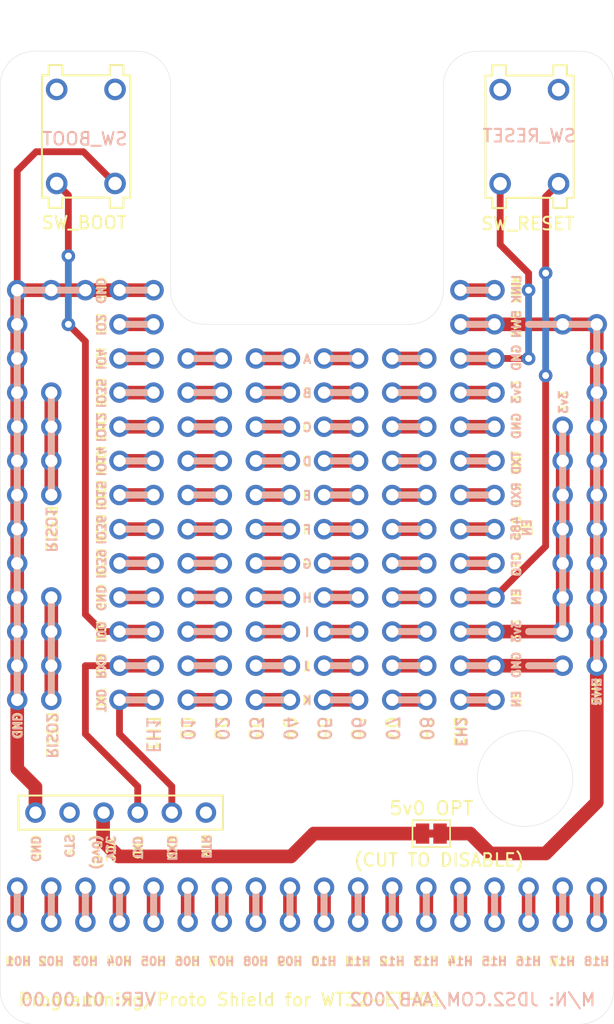
<source format=kicad_pcb>
(kicad_pcb (version 20240108) (generator "pcbnew") (generator_version "8.0")
  (layers (0 "F.Cu" signal) (31 "B.Cu" signal) (34 "B.Paste" user) (35 "F.Paste" user) (36 "B.SilkS" user "B.Silkscreen") (37 "F.SilkS" user "F.Silkscreen") (38 "B.Mask" user) (39 "F.Mask" user) (44 "Edge.Cuts" user))
  (net 0 "")
  (footprint "Jumper:SolderJumper-2_P1.3mm_Bridged_Pad1.0x1.5mm" (layer "F.Cu") (at 47.36 77.26)
    (property "Reference" "5v0 OPT")
    (property "Value" "SolderJumper-2_P1.3mm_Bridged_Pad1.0x1.5mm" (hide yes))
  )
  (gr_line (start 19.05 46.99) (end 19.05 52.07) (stroke (width 1.016)) (layer "F.Cu"))
  (gr_line (start 19.05 44.45) (end 19.05 49.53) (stroke (width 1.016)) (layer "F.Cu"))
  (gr_line (start 19.05 62.23) (end 19.05 67.31) (stroke (width 1.016)) (layer "F.Cu"))
  (gr_line (start 19.05 59.69) (end 19.05 64.77) (stroke (width 1.016)) (layer "F.Cu"))
  (gr_line (start 36.83 67.31) (end 34.29 67.31) (stroke (width 0.508)) (layer "B.SilkS"))
  (gr_line (start 31.75 57.15) (end 29.21 57.15) (stroke (width 0.508)) (layer "B.SilkS"))
  (gr_line (start 46.99 81.28) (end 46.99 83.82) (stroke (width 0.508)) (layer "B.SilkS"))
  (gr_line (start 24.13 81.28) (end 24.13 83.82) (stroke (width 0.508)) (layer "B.SilkS"))
  (gr_line (start 26.67 54.61) (end 24.13 54.61) (stroke (width 0.508)) (layer "B.SilkS"))
  (gr_line (start 52.07 59.69) (end 49.53 59.69) (stroke (width 0.508)) (layer "B.SilkS"))
  (gr_line (start 36.83 46.99) (end 34.29 46.99) (stroke (width 0.508)) (layer "B.SilkS"))
  (gr_line (start 16.51 67.31) (end 16.51 36.83) (stroke (width 0.508)) (layer "B.SilkS"))
  (gr_line (start 59.69 64.77) (end 59.69 39.37) (stroke (width 0.508)) (layer "B.SilkS"))
  (gr_line (start 46.99 41.91) (end 44.45 41.91) (stroke (width 0.508)) (layer "B.SilkS"))
  (gr_line (start 39.37 81.28) (end 39.37 83.82) (stroke (width 0.508)) (layer "B.SilkS"))
  (gr_line (start 26.67 59.69) (end 24.13 59.69) (stroke (width 0.508)) (layer "B.SilkS"))
  (gr_line (start 26.67 62.23) (end 24.13 62.23) (stroke (width 0.508)) (layer "B.SilkS"))
  (gr_line (start 54.61 64.77) (end 57.15 64.77) (stroke (width 0.508)) (layer "B.SilkS"))
  (gr_line (start 52.07 44.45) (end 49.53 44.45) (stroke (width 0.508)) (layer "B.SilkS"))
  (gr_line (start 36.83 81.28) (end 36.83 83.82) (stroke (width 0.508)) (layer "B.SilkS"))
  (gr_line (start 26.67 81.28) (end 26.67 83.82) (stroke (width 0.508)) (layer "B.SilkS"))
  (gr_line (start 57.15 81.28) (end 57.15 83.82) (stroke (width 0.508)) (layer "B.SilkS"))
  (gr_line (start 36.83 54.61) (end 34.29 54.61) (stroke (width 0.508)) (layer "B.SilkS"))
  (gr_line (start 31.75 52.07) (end 29.21 52.07) (stroke (width 0.508)) (layer "B.SilkS"))
  (gr_line (start 54.61 39.37) (end 59.69 39.37) (stroke (width 0.508)) (layer "B.SilkS"))
  (gr_line (start 16.51 36.83) (end 19.29 36.83) (stroke (width 0.508)) (layer "B.SilkS"))
  (gr_line (start 19.05 81.28) (end 19.05 83.82) (stroke (width 0.508)) (layer "B.SilkS"))
  (gr_line (start 46.99 52.07) (end 44.45 52.07) (stroke (width 0.508)) (layer "B.SilkS"))
  (gr_line (start 31.75 49.53) (end 29.21 49.53) (stroke (width 0.508)) (layer "B.SilkS"))
  (gr_line (start 41.91 57.15) (end 39.37 57.15) (stroke (width 0.508)) (layer "B.SilkS"))
  (gr_line (start 59.69 81.28) (end 59.69 83.82) (stroke (width 0.508)) (layer "B.SilkS"))
  (gr_line (start 26.67 46.99) (end 24.13 46.99) (stroke (width 0.508)) (layer "B.SilkS"))
  (gr_line (start 26.67 36.83) (end 24.13 36.83) (stroke (width 0.508)) (layer "B.SilkS"))
  (gr_line (start 36.83 59.69) (end 34.29 59.69) (stroke (width 0.508)) (layer "B.SilkS"))
  (gr_line (start 52.07 52.07) (end 49.53 52.07) (stroke (width 0.508)) (layer "B.SilkS"))
  (gr_line (start 46.99 64.77) (end 44.45 64.77) (stroke (width 0.508)) (layer "B.SilkS"))
  (gr_line (start 52.07 36.83) (end 49.53 36.83) (stroke (width 0.508)) (layer "B.SilkS"))
  (gr_line (start 46.99 67.31) (end 44.45 67.31) (stroke (width 0.508)) (layer "B.SilkS"))
  (gr_line (start 49.53 81.28) (end 49.53 83.82) (stroke (width 0.508)) (layer "B.SilkS"))
  (gr_line (start 29.21 81.28) (end 29.21 83.82) (stroke (width 0.508)) (layer "B.SilkS"))
  (gr_line (start 26.67 57.15) (end 24.13 57.15) (stroke (width 0.508)) (layer "B.SilkS"))
  (gr_line (start 31.75 54.61) (end 29.21 54.61) (stroke (width 0.508)) (layer "B.SilkS"))
  (gr_line (start 26.67 41.91) (end 24.13 41.91) (stroke (width 0.508)) (layer "B.SilkS"))
  (gr_line (start 31.75 41.91) (end 29.21 41.91) (stroke (width 0.508)) (layer "B.SilkS"))
  (gr_line (start 31.75 46.99) (end 29.21 46.99) (stroke (width 0.508)) (layer "B.SilkS"))
  (gr_line (start 41.91 67.31) (end 39.37 67.31) (stroke (width 0.508)) (layer "B.SilkS"))
  (gr_line (start 41.91 41.91) (end 39.37 41.91) (stroke (width 0.508)) (layer "B.SilkS"))
  (gr_line (start 31.75 62.23) (end 29.21 62.23) (stroke (width 0.508)) (layer "B.SilkS"))
  (gr_line (start 46.99 49.53) (end 44.45 49.53) (stroke (width 0.508)) (layer "B.SilkS"))
  (gr_line (start 34.29 81.28) (end 34.29 83.82) (stroke (width 0.508)) (layer "B.SilkS"))
  (gr_line (start 36.83 62.23) (end 34.29 62.23) (stroke (width 0.508)) (layer "B.SilkS"))
  (gr_line (start 46.99 57.15) (end 44.45 57.15) (stroke (width 0.508)) (layer "B.SilkS"))
  (gr_line (start 41.91 44.45) (end 39.37 44.45) (stroke (width 0.508)) (layer "B.SilkS"))
  (gr_line (start 41.91 64.77) (end 39.37 64.77) (stroke (width 0.508)) (layer "B.SilkS"))
  (gr_line (start 46.99 59.69) (end 44.45 59.69) (stroke (width 0.508)) (layer "B.SilkS"))
  (gr_line (start 52.07 67.31) (end 49.53 67.31) (stroke (width 0.508)) (layer "B.SilkS"))
  (gr_line (start 44.45 81.28) (end 44.45 83.82) (stroke (width 0.508)) (layer "B.SilkS"))
  (gr_line (start 36.83 52.07) (end 34.29 52.07) (stroke (width 0.508)) (layer "B.SilkS"))
  (gr_line (start 41.91 62.23) (end 39.37 62.23) (stroke (width 0.508)) (layer "B.SilkS"))
  (gr_line (start 46.99 54.61) (end 44.45 54.61) (stroke (width 0.508)) (layer "B.SilkS"))
  (gr_line (start 54.61 62.23) (end 57.15 62.23) (stroke (width 0.508)) (layer "B.SilkS"))
  (gr_line (start 41.91 49.53) (end 39.37 49.53) (stroke (width 0.508)) (layer "B.SilkS"))
  (gr_line (start 31.75 59.69) (end 29.21 59.69) (stroke (width 0.508)) (layer "B.SilkS"))
  (gr_line (start 31.75 64.77) (end 29.21 64.77) (stroke (width 0.508)) (layer "B.SilkS"))
  (gr_line (start 52.07 81.28) (end 52.07 83.82) (stroke (width 0.508)) (layer "B.SilkS"))
  (gr_line (start 19.05 67.31) (end 19.05 62.23) (stroke (width 0.508)) (layer "B.SilkS"))
  (gr_line (start 54.61 81.28) (end 54.61 83.82) (stroke (width 0.508)) (layer "B.SilkS"))
  (gr_line (start 57.15 62.23) (end 57.15 46.99) (stroke (width 0.508)) (layer "B.SilkS"))
  (gr_line (start 52.07 54.61) (end 49.53 54.61) (stroke (width 0.508)) (layer "B.SilkS"))
  (gr_line (start 52.07 57.15) (end 49.53 57.15) (stroke (width 0.508)) (layer "B.SilkS"))
  (gr_line (start 19.05 52.07) (end 19.05 46.99) (stroke (width 0.508)) (layer "B.SilkS"))
  (gr_line (start 36.83 57.15) (end 34.29 57.15) (stroke (width 0.508)) (layer "B.SilkS"))
  (gr_line (start 52.07 36.83) (end 49.53 36.83) (stroke (width 0.508)) (layer "B.SilkS"))
  (gr_line (start 26.67 52.07) (end 24.13 52.07) (stroke (width 0.508)) (layer "B.SilkS"))
  (gr_line (start 19.05 36.83) (end 21.59 36.83) (stroke (width 0.508)) (layer "B.SilkS"))
  (gr_line (start 36.83 41.91) (end 34.29 41.91) (stroke (width 0.508)) (layer "B.SilkS"))
  (gr_line (start 19.05 64.77) (end 19.05 59.69) (stroke (width 0.508)) (layer "B.SilkS"))
  (gr_line (start 26.67 67.31) (end 24.13 67.31) (stroke (width 0.508)) (layer "B.SilkS"))
  (gr_line (start 41.91 46.99) (end 39.37 46.99) (stroke (width 0.508)) (layer "B.SilkS"))
  (gr_line (start 16.51 81.28) (end 16.51 83.82) (stroke (width 0.508)) (layer "B.SilkS"))
  (gr_line (start 46.99 46.99) (end 44.45 46.99) (stroke (width 0.508)) (layer "B.SilkS"))
  (gr_line (start 26.67 49.53) (end 24.13 49.53) (stroke (width 0.508)) (layer "B.SilkS"))
  (gr_line (start 26.67 44.45) (end 24.13 44.45) (stroke (width 0.508)) (layer "B.SilkS"))
  (gr_line (start 41.91 52.07) (end 39.37 52.07) (stroke (width 0.508)) (layer "B.SilkS"))
  (gr_line (start 52.07 62.23) (end 49.53 62.23) (stroke (width 0.508)) (layer "B.SilkS"))
  (gr_line (start 52.07 49.53) (end 49.53 49.53) (stroke (width 0.508)) (layer "B.SilkS"))
  (gr_line (start 41.91 59.69) (end 39.37 59.69) (stroke (width 0.508)) (layer "B.SilkS"))
  (gr_line (start 26.67 39.37) (end 24.13 39.37) (stroke (width 0.508)) (layer "B.SilkS"))
  (gr_line (start 52.07 46.99) (end 49.53 46.99) (stroke (width 0.508)) (layer "B.SilkS"))
  (gr_line (start 31.75 67.31) (end 29.21 67.31) (stroke (width 0.508)) (layer "B.SilkS"))
  (gr_line (start 52.07 39.37) (end 49.53 39.37) (stroke (width 0.508)) (layer "B.SilkS"))
  (gr_line (start 31.75 81.28) (end 31.75 83.82) (stroke (width 0.508)) (layer "B.SilkS"))
  (gr_line (start 52.07 41.91) (end 49.53 41.91) (stroke (width 0.508)) (layer "B.SilkS"))
  (gr_line (start 36.83 64.77) (end 34.29 64.77) (stroke (width 0.508)) (layer "B.SilkS"))
  (gr_line (start 36.83 49.53) (end 34.29 49.53) (stroke (width 0.508)) (layer "B.SilkS"))
  (gr_line (start 41.91 54.61) (end 39.37 54.61) (stroke (width 0.508)) (layer "B.SilkS"))
  (gr_line (start 52.07 64.77) (end 49.53 64.77) (stroke (width 0.508)) (layer "B.SilkS"))
  (gr_line (start 26.67 64.77) (end 24.13 64.77) (stroke (width 0.508)) (layer "B.SilkS"))
  (gr_line (start 36.83 44.45) (end 34.29 44.45) (stroke (width 0.508)) (layer "B.SilkS"))
  (gr_line (start 41.91 81.28) (end 41.91 83.82) (stroke (width 0.508)) (layer "B.SilkS"))
  (gr_line (start 19.05 49.53) (end 19.05 44.45) (stroke (width 0.508)) (layer "B.SilkS"))
  (gr_line (start 46.99 44.45) (end 44.45 44.45) (stroke (width 0.508)) (layer "B.SilkS"))
  (gr_line (start 31.75 44.45) (end 29.21 44.45) (stroke (width 0.508)) (layer "B.SilkS"))
  (gr_line (start 21.59 81.28) (end 21.59 83.82) (stroke (width 0.508)) (layer "B.SilkS"))
  (gr_line (start 46.99 62.23) (end 44.45 62.23) (stroke (width 0.508)) (layer "B.SilkS"))
  (gr_line (start 56.448 29.958) (end 52.924 29.958) (stroke (width 0.15)) (layer "F.SilkS"))
  (gr_line (start 44.45 52.07) (end 46.99 52.07) (stroke (width 0.508)) (layer "F.SilkS"))
  (gr_line (start 49.53 81.28) (end 49.53 83.82) (stroke (width 0.508)) (layer "F.SilkS"))
  (gr_line (start 34.29 41.91) (end 36.83 41.91) (stroke (width 0.508)) (layer "F.SilkS"))
  (gr_line (start 51.9014 30.72) (end 51.9014 29.958) (stroke (width 0.15)) (layer "F.SilkS"))
  (gr_line (start 49.53 59.69) (end 52.07 59.69) (stroke (width 0.508)) (layer "F.SilkS"))
  (gr_line (start 24.13 41.91) (end 26.67 41.91) (stroke (width 0.508)) (layer "F.SilkS"))
  (gr_line (start 44.45 64.77) (end 46.99 64.77) (stroke (width 0.508)) (layer "F.SilkS"))
  (gr_line (start 57.15 62.23) (end 57.15 46.99) (stroke (width 0.508)) (layer "F.SilkS"))
  (gr_line (start 34.29 52.07) (end 36.83 52.07) (stroke (width 0.508)) (layer "F.SilkS"))
  (gr_line (start 34.29 54.61) (end 36.83 54.61) (stroke (width 0.508)) (layer "F.SilkS"))
  (gr_line (start 52.918 20.098) (end 52.918 20.86) (stroke (width 0.15)) (layer "F.SilkS"))
  (gr_line (start 52.07 81.28) (end 52.07 83.82) (stroke (width 0.508)) (layer "F.SilkS"))
  (gr_line (start 24.13 59.69) (end 26.67 59.69) (stroke (width 0.508)) (layer "F.SilkS"))
  (gr_line (start 51.902 20.86) (end 51.902 20.098) (stroke (width 0.15)) (layer "F.SilkS"))
  (gr_line (start 19.87515 29.94) (end 19.87515 30.702) (stroke (width 0.15)) (layer "F.SilkS"))
  (gr_line (start 44.45 54.61) (end 46.99 54.61) (stroke (width 0.508)) (layer "F.SilkS"))
  (gr_line (start 29.21 54.61) (end 31.75 54.61) (stroke (width 0.508)) (layer "F.SilkS"))
  (gr_line (start 16.51 36.83) (end 19.29 36.83) (stroke (width 0.508)) (layer "F.SilkS"))
  (gr_line (start 18.85975 20.842) (end 18.85975 20.08) (stroke (width 0.15)) (layer "F.SilkS"))
  (gr_line (start 24.42235 20.842) (end 24.93035 20.842) (stroke (width 0.15)) (layer "F.SilkS"))
  (gr_line (start 19.05 67.31) (end 19.05 62.23) (stroke (width 0.508)) (layer "F.SilkS"))
  (gr_line (start 46.99 81.28) (end 46.99 83.82) (stroke (width 0.508)) (layer "F.SilkS"))
  (gr_line (start 44.45 81.28) (end 44.45 83.82) (stroke (width 0.508)) (layer "F.SilkS"))
  (gr_line (start 24.13 57.15) (end 26.67 57.15) (stroke (width 0.508)) (layer "F.SilkS"))
  (gr_line (start 56.448 30.72) (end 56.448 29.958) (stroke (width 0.15)) (layer "F.SilkS"))
  (gr_line (start 29.21 67.31) (end 31.75 67.31) (stroke (width 0.508)) (layer "F.SilkS"))
  (gr_line (start 44.45 44.45) (end 46.99 44.45) (stroke (width 0.508)) (layer "F.SilkS"))
  (gr_line (start 19.05 52.07) (end 19.05 46.99) (stroke (width 0.508)) (layer "F.SilkS"))
  (gr_line (start 57.15 64.77) (end 54.61 64.77) (stroke (width 0.508)) (layer "F.SilkS"))
  (gr_line (start 51.394 20.86) (end 51.902 20.86) (stroke (width 0.15)) (layer "F.SilkS"))
  (gr_line (start 34.29 59.69) (end 36.83 59.69) (stroke (width 0.508)) (layer "F.SilkS"))
  (gr_line (start 26.67 81.28) (end 26.67 83.82) (stroke (width 0.508)) (layer "F.SilkS"))
  (gr_line (start 23.40635 20.842) (end 23.40635 20.08) (stroke (width 0.15)) (layer "F.SilkS"))
  (gr_line (start 29.21 41.91) (end 31.75 41.91) (stroke (width 0.508)) (layer "F.SilkS"))
  (gr_line (start 29.21 59.69) (end 31.75 59.69) (stroke (width 0.508)) (layer "F.SilkS"))
  (gr_line (start 49.53 36.83) (end 52.07 36.83) (stroke (width 0.508)) (layer "F.SilkS"))
  (gr_line (start 41.91 81.28) (end 41.91 83.82) (stroke (width 0.508)) (layer "F.SilkS"))
  (gr_line (start 19.87575 20.842) (end 23.39975 20.842) (stroke (width 0.15)) (layer "F.SilkS"))
  (gr_line (start 24.13 46.99) (end 26.67 46.99) (stroke (width 0.508)) (layer "F.SilkS"))
  (gr_line (start 54.61 81.28) (end 54.61 83.82) (stroke (width 0.508)) (layer "F.SilkS"))
  (gr_line (start 31.84 76.97) (end 31.84 74.43) (stroke (width 0.15)) (layer "F.SilkS"))
  (gr_line (start 52.9174 30.72) (end 51.9014 30.72) (stroke (width 0.15)) (layer "F.SilkS"))
  (gr_line (start 44.45 46.99) (end 46.99 46.99) (stroke (width 0.508)) (layer "F.SilkS"))
  (gr_line (start 16.6 76.97) (end 31.84 76.97) (stroke (width 0.15)) (layer "F.SilkS"))
  (gr_line (start 18.85915 29.94) (end 18.35115 29.94) (stroke (width 0.15)) (layer "F.SilkS"))
  (gr_line (start 39.37 49.53) (end 41.91 49.53) (stroke (width 0.508)) (layer "F.SilkS"))
  (gr_line (start 39.37 57.15) (end 41.91 57.15) (stroke (width 0.508)) (layer "F.SilkS"))
  (gr_line (start 39.37 54.61) (end 41.91 54.61) (stroke (width 0.508)) (layer "F.SilkS"))
  (gr_line (start 34.29 44.45) (end 36.83 44.45) (stroke (width 0.508)) (layer "F.SilkS"))
  (gr_line (start 34.29 81.28) (end 34.29 83.82) (stroke (width 0.508)) (layer "F.SilkS"))
  (gr_line (start 23.40575 29.94) (end 19.88175 29.94) (stroke (width 0.15)) (layer "F.SilkS"))
  (gr_line (start 39.37 46.99) (end 41.91 46.99) (stroke (width 0.508)) (layer "F.SilkS"))
  (gr_line (start 24.93035 20.842) (end 24.93035 29.94) (stroke (width 0.15)) (layer "F.SilkS"))
  (gr_line (start 57.464 30.72) (end 56.448 30.72) (stroke (width 0.15)) (layer "F.SilkS"))
  (gr_line (start 24.13 44.45) (end 26.67 44.45) (stroke (width 0.508)) (layer "F.SilkS"))
  (gr_line (start 59.69 64.77) (end 59.69 39.37) (stroke (width 0.508)) (layer "F.SilkS"))
  (gr_line (start 24.42175 30.702) (end 23.40575 30.702) (stroke (width 0.15)) (layer "F.SilkS"))
  (gr_line (start 44.45 41.91) (end 46.99 41.91) (stroke (width 0.508)) (layer "F.SilkS"))
  (gr_line (start 44.45 49.53) (end 46.99 49.53) (stroke (width 0.508)) (layer "F.SilkS"))
  (gr_line (start 39.37 62.23) (end 41.91 62.23) (stroke (width 0.508)) (layer "F.SilkS"))
  (gr_line (start 49.53 67.31) (end 52.07 67.31) (stroke (width 0.508)) (layer "F.SilkS"))
  (gr_line (start 19.05 36.83) (end 21.59 36.83) (stroke (width 0.508)) (layer "F.SilkS"))
  (gr_line (start 57.972 29.958) (end 57.464 29.958) (stroke (width 0.15)) (layer "F.SilkS"))
  (gr_line (start 19.05 64.77) (end 19.05 59.69) (stroke (width 0.508)) (layer "F.SilkS"))
  (gr_line (start 24.13 54.61) (end 26.67 54.61) (stroke (width 0.508)) (layer "F.SilkS"))
  (gr_line (start 44.45 67.31) (end 46.99 67.31) (stroke (width 0.508)) (layer "F.SilkS"))
  (gr_line (start 57.9726 20.86) (end 57.9726 29.958) (stroke (width 0.15)) (layer "F.SilkS"))
  (gr_line (start 24.92975 29.94) (end 24.42175 29.94) (stroke (width 0.15)) (layer "F.SilkS"))
  (gr_line (start 56.4486 20.86) (end 56.4486 20.098) (stroke (width 0.15)) (layer "F.SilkS"))
  (gr_line (start 31.84 74.43) (end 16.6 74.43) (stroke (width 0.15)) (layer "F.SilkS"))
  (gr_line (start 24.13 36.83) (end 26.67 36.83) (stroke (width 0.508)) (layer "F.SilkS"))
  (gr_line (start 29.21 81.28) (end 29.21 83.82) (stroke (width 0.508)) (layer "F.SilkS"))
  (gr_line (start 24.13 52.07) (end 26.67 52.07) (stroke (width 0.508)) (layer "F.SilkS"))
  (gr_line (start 24.42175 29.94) (end 24.42175 30.702) (stroke (width 0.15)) (layer "F.SilkS"))
  (gr_line (start 16.51 81.28) (end 16.51 83.82) (stroke (width 0.508)) (layer "F.SilkS"))
  (gr_line (start 39.37 64.77) (end 41.91 64.77) (stroke (width 0.508)) (layer "F.SilkS"))
  (gr_line (start 16.51 67.31) (end 16.51 36.83) (stroke (width 0.508)) (layer "F.SilkS"))
  (gr_line (start 29.21 49.53) (end 31.75 49.53) (stroke (width 0.508)) (layer "F.SilkS"))
  (gr_line (start 51.9014 29.958) (end 51.3934 29.958) (stroke (width 0.15)) (layer "F.SilkS"))
  (gr_line (start 49.53 39.37) (end 52.07 39.37) (stroke (width 0.508)) (layer "F.SilkS"))
  (gr_line (start 57.15 81.28) (end 57.15 83.82) (stroke (width 0.508)) (layer "F.SilkS"))
  (gr_line (start 16.6 74.43) (end 16.6 76.97) (stroke (width 0.15)) (layer "F.SilkS"))
  (gr_line (start 24.42235 20.08) (end 24.42235 20.842) (stroke (width 0.15)) (layer "F.SilkS"))
  (gr_line (start 29.21 57.15) (end 31.75 57.15) (stroke (width 0.508)) (layer "F.SilkS"))
  (gr_line (start 49.53 57.15) (end 52.07 57.15) (stroke (width 0.508)) (layer "F.SilkS"))
  (gr_line (start 24.13 62.23) (end 26.67 62.23) (stroke (width 0.508)) (layer "F.SilkS"))
  (gr_line (start 18.85915 30.702) (end 18.85915 29.94) (stroke (width 0.15)) (layer "F.SilkS"))
  (gr_line (start 49.53 64.77) (end 52.07 64.77) (stroke (width 0.508)) (layer "F.SilkS"))
  (gr_line (start 29.21 44.45) (end 31.75 44.45) (stroke (width 0.508)) (layer "F.SilkS"))
  (gr_line (start 23.40635 20.08) (end 24.42235 20.08) (stroke (width 0.15)) (layer "F.SilkS"))
  (gr_line (start 34.29 64.77) (end 36.83 64.77) (stroke (width 0.508)) (layer "F.SilkS"))
  (gr_line (start 44.45 62.23) (end 46.99 62.23) (stroke (width 0.508)) (layer "F.SilkS"))
  (gr_line (start 29.21 52.07) (end 31.75 52.07) (stroke (width 0.508)) (layer "F.SilkS"))
  (gr_line (start 39.37 67.31) (end 41.91 67.31) (stroke (width 0.508)) (layer "F.SilkS"))
  (gr_line (start 24.13 81.28) (end 24.13 83.82) (stroke (width 0.508)) (layer "F.SilkS"))
  (gr_line (start 24.13 49.53) (end 26.67 49.53) (stroke (width 0.508)) (layer "F.SilkS"))
  (gr_line (start 39.37 44.45) (end 41.91 44.45) (stroke (width 0.508)) (layer "F.SilkS"))
  (gr_line (start 49.53 44.45) (end 52.07 44.45) (stroke (width 0.508)) (layer "F.SilkS"))
  (gr_line (start 29.21 46.99) (end 31.75 46.99) (stroke (width 0.508)) (layer "F.SilkS"))
  (gr_line (start 24.13 67.31) (end 26.67 67.31) (stroke (width 0.508)) (layer "F.SilkS"))
  (gr_line (start 29.21 62.23) (end 31.75 62.23) (stroke (width 0.508)) (layer "F.SilkS"))
  (gr_line (start 52.918 20.86) (end 56.442 20.86) (stroke (width 0.15)) (layer "F.SilkS"))
  (gr_line (start 19.05 49.53) (end 19.05 44.45) (stroke (width 0.508)) (layer "F.SilkS"))
  (gr_line (start 54.61 39.37) (end 59.69 39.37) (stroke (width 0.508)) (layer "F.SilkS"))
  (gr_line (start 39.37 52.07) (end 41.91 52.07) (stroke (width 0.508)) (layer "F.SilkS"))
  (gr_line (start 34.29 57.15) (end 36.83 57.15) (stroke (width 0.508)) (layer "F.SilkS"))
  (gr_line (start 34.29 67.31) (end 36.83 67.31) (stroke (width 0.508)) (layer "F.SilkS"))
  (gr_line (start 44.45 57.15) (end 46.99 57.15) (stroke (width 0.508)) (layer "F.SilkS"))
  (gr_line (start 19.05 81.28) (end 19.05 83.82) (stroke (width 0.508)) (layer "F.SilkS"))
  (gr_line (start 54.61 62.23) (end 57.15 62.23) (stroke (width 0.508)) (layer "F.SilkS"))
  (gr_line (start 57.464 29.958) (end 57.464 30.72) (stroke (width 0.15)) (layer "F.SilkS"))
  (gr_line (start 18.35175 20.842) (end 18.85975 20.842) (stroke (width 0.15)) (layer "F.SilkS"))
  (gr_line (start 19.87515 30.702) (end 18.85915 30.702) (stroke (width 0.15)) (layer "F.SilkS"))
  (gr_line (start 39.37 41.91) (end 41.91 41.91) (stroke (width 0.508)) (layer "F.SilkS"))
  (gr_line (start 24.13 39.37) (end 26.67 39.37) (stroke (width 0.508)) (layer "F.SilkS"))
  (gr_line (start 51.394 29.958) (end 51.394 20.86) (stroke (width 0.15)) (layer "F.SilkS"))
  (gr_line (start 56.4486 20.098) (end 57.4646 20.098) (stroke (width 0.15)) (layer "F.SilkS"))
  (gr_line (start 39.37 81.28) (end 39.37 83.82) (stroke (width 0.508)) (layer "F.SilkS"))
  (gr_line (start 49.53 41.91) (end 52.07 41.91) (stroke (width 0.508)) (layer "F.SilkS"))
  (gr_line (start 44.45 59.69) (end 46.99 59.69) (stroke (width 0.508)) (layer "F.SilkS"))
  (gr_line (start 49.53 49.53) (end 52.07 49.53) (stroke (width 0.508)) (layer "F.SilkS"))
  (gr_line (start 59.69 81.28) (end 59.69 83.82) (stroke (width 0.508)) (layer "F.SilkS"))
  (gr_line (start 18.35175 29.94) (end 18.35175 20.842) (stroke (width 0.15)) (layer "F.SilkS"))
  (gr_line (start 51.902 20.098) (end 52.918 20.098) (stroke (width 0.15)) (layer "F.SilkS"))
  (gr_line (start 21.59 81.28) (end 21.59 83.82) (stroke (width 0.508)) (layer "F.SilkS"))
  (gr_line (start 34.29 46.99) (end 36.83 46.99) (stroke (width 0.508)) (layer "F.SilkS"))
  (gr_line (start 57.4646 20.86) (end 57.9726 20.86) (stroke (width 0.15)) (layer "F.SilkS"))
  (gr_line (start 29.21 64.77) (end 31.75 64.77) (stroke (width 0.508)) (layer "F.SilkS"))
  (gr_line (start 23.40575 30.702) (end 23.40575 29.94) (stroke (width 0.15)) (layer "F.SilkS"))
  (gr_line (start 24.13 64.77) (end 26.67 64.77) (stroke (width 0.508)) (layer "F.SilkS"))
  (gr_line (start 18.85975 20.08) (end 19.87575 20.08) (stroke (width 0.15)) (layer "F.SilkS"))
  (gr_line (start 52.9174 29.958) (end 52.9174 30.72) (stroke (width 0.15)) (layer "F.SilkS"))
  (gr_line (start 57.4646 20.098) (end 57.4646 20.86) (stroke (width 0.15)) (layer "F.SilkS"))
  (gr_line (start 49.53 62.23) (end 52.07 62.23) (stroke (width 0.508)) (layer "F.SilkS"))
  (gr_line (start 34.29 62.23) (end 36.83 62.23) (stroke (width 0.508)) (layer "F.SilkS"))
  (gr_line (start 31.75 81.28) (end 31.75 83.82) (stroke (width 0.508)) (layer "F.SilkS"))
  (gr_line (start 49.53 52.07) (end 52.07 52.07) (stroke (width 0.508)) (layer "F.SilkS"))
  (gr_line (start 36.83 81.28) (end 36.83 83.82) (stroke (width 0.508)) (layer "F.SilkS"))
  (gr_line (start 49.53 46.99) (end 52.07 46.99) (stroke (width 0.508)) (layer "F.SilkS"))
  (gr_line (start 34.29 49.53) (end 36.83 49.53) (stroke (width 0.508)) (layer "F.SilkS"))
  (gr_line (start 49.53 54.61) (end 52.07 54.61) (stroke (width 0.508)) (layer "F.SilkS"))
  (gr_line (start 19.87575 20.08) (end 19.87575 20.842) (stroke (width 0.15)) (layer "F.SilkS"))
  (gr_line (start 39.37 59.69) (end 41.91 59.69) (stroke (width 0.508)) (layer "F.SilkS"))
  (gr_line (start 48.26 36.83) (end 48.26 21.59) (stroke (width 0.0254)) (layer "Edge.Cuts"))
  (gr_arc (start 58.42 19.05) (mid 60.216051 19.793949) (end 60.96 21.59) (stroke (width 0.0254)) (layer "Edge.Cuts"))
  (gr_line (start 45.72 39.37) (end 30.48 39.37) (stroke (width 0.0254)) (layer "Edge.Cuts"))
  (gr_arc (start 48.26 21.59) (mid 49.003949 19.793949) (end 50.8 19.05) (stroke (width 0.0254)) (layer "Edge.Cuts"))
  (gr_arc (start 60.96 88.9) (mid 60.216051 90.696051) (end 58.42 91.44) (stroke (width 0.0254)) (layer "Edge.Cuts"))
  (gr_line (start 15.24 88.9) (end 15.24 21.59) (stroke (width 0.0254)) (layer "Edge.Cuts"))
  (gr_circle (center 54.344 73.17) (end 57.9 73.17) (stroke (width 0.0254)) (fill none) (layer "Edge.Cuts"))
  (gr_arc (start 15.24 21.59) (mid 15.983949 19.793949) (end 17.78 19.05) (stroke (width 0.0254)) (layer "Edge.Cuts"))
  (gr_arc (start 30.48 39.37) (mid 28.683949 38.626051) (end 27.94 36.83) (stroke (width 0.0254)) (layer "Edge.Cuts"))
  (gr_arc (start 48.26 36.83) (mid 47.516051 38.626051) (end 45.72 39.37) (stroke (width 0.0254)) (layer "Edge.Cuts"))
  (gr_arc (start 25.4 19.05) (mid 27.196051 19.793949) (end 27.94 21.59) (stroke (width 0.0254)) (layer "Edge.Cuts"))
  (gr_line (start 58.42 19.05) (end 50.8 19.05) (stroke (width 0.0254)) (layer "Edge.Cuts"))
  (gr_line (start 58.42 91.44) (end 17.78 91.44) (stroke (width 0.0254)) (layer "Edge.Cuts"))
  (gr_line (start 25.4 19.05) (end 17.78 19.05) (stroke (width 0.0254)) (layer "Edge.Cuts"))
  (gr_line (start 60.96 88.9) (end 60.96 21.59) (stroke (width 0.0254)) (layer "Edge.Cuts"))
  (gr_line (start 27.94 36.83) (end 27.94 21.59) (stroke (width 0.0254)) (layer "Edge.Cuts"))
  (gr_arc (start 17.78 91.44) (mid 15.983949 90.696051) (end 15.24 88.9) (stroke (width 0.0254)) (layer "Edge.Cuts"))
  (gr_text "H18" (at 58.64 86.4 0) (layer "B.SilkS") (effects (font (size 0.635 0.635) (thickness 0.1524) (bold yes)) (justify right top mirror)))
  (gr_text "H09" (at 35.78 86.4 0) (layer "B.SilkS") (effects (font (size 0.635 0.635) (thickness 0.1524) (bold yes)) (justify right top mirror)))
  (gr_text "IO39" (at 23.11 56.007619 -90) (layer "B.SilkS") (effects (font (size 0.635 0.635) (thickness 0.1524) (bold yes)) (justify right top mirror)))
  (gr_text "E" (at 37.721143 52.12 0) (layer "B.SilkS") (effects (font (size 0.654 0.654)) (justify right mirror)))
  (gr_text "06" (at 42.47951 68.45 270) (layer "B.SilkS") (effects (font (size 0.9398 0.9398) (thickness 0.1524) (bold yes)) (justify right top mirror)))
  (gr_text "EN" (at 53.33 66.538574 90) (layer "B.SilkS") (effects (font (size 0.635 0.635) (thickness 0.1524) (bold yes)) (justify left top mirror)))
  (gr_text "TXD" (at 25.84 77.34 -90) (layer "B.SilkS") (effects (font (size 0.635 0.635) (thickness 0.1524) (bold yes)) (justify right top mirror)))
  (gr_text "GND" (at 23.09 35.817144 -90) (layer "B.SilkS") (effects (font (size 0.635 0.635) (thickness 0.1524) (bold yes)) (justify right top mirror)))
  (gr_text "05" (at 39.93951 68.45 270) (layer "B.SilkS") (effects (font (size 0.9398 0.9398) (thickness 0.1524) (bold yes)) (justify right top mirror)))
  (gr_text "IO35" (at 23.11 43.307619 -90) (layer "B.SilkS") (effects (font (size 0.635 0.635) (thickness 0.1524) (bold yes)) (justify right top mirror)))
  (gr_text "SW_RESET\n" (at 58.2326 24.788 0) (layer "B.SilkS") (effects (font (size 0.9398 0.9398) (thickness 0.1524) (bold yes)) (justify left top mirror)))
  (gr_text "TXD" (at 23.11 66.394408 -90) (layer "B.SilkS") (effects (font (size 0.635 0.635) (thickness 0.1524) (bold yes)) (justify right top mirror)))
  (gr_text "H08" (at 33.24 86.4 0) (layer "B.SilkS") (effects (font (size 0.635 0.635) (thickness 0.1524) (bold yes)) (justify right top mirror)))
  (gr_text "VER: 01.00.00" (at 26.924 90.17 0) (layer "B.SilkS") (effects (font (size 0.9398 0.9398) (thickness 0.1524) (bold yes)) (justify left bottom mirror)))
  (gr_text "GND" (at 16.866737 68.2 -90) (layer "B.SilkS") (effects (font (size 0.635 0.635) (thickness 0.1524) (bold yes)) (justify right top mirror)))
  (gr_text "07" (at 45.01951 68.45 270) (layer "B.SilkS") (effects (font (size 0.9398 0.9398) (thickness 0.1524) (bold yes)) (justify right top mirror)))
  (gr_text "B" (at 37.69 44.5 0) (layer "B.SilkS") (effects (font (size 0.654 0.654)) (justify right mirror)))
  (gr_text "IO0" (at 23.11 61.39 -90) (layer "B.SilkS") (effects (font (size 0.635 0.635) (thickness 0.1524) (bold yes)) (justify right top mirror)))
  (gr_text "C" (at 37.69 47.04 0) (layer "B.SilkS") (effects (font (size 0.654 0.654)) (justify right mirror)))
  (gr_text "5vIN" (at 59.33 67.82 90) (layer "B.SilkS") (effects (font (size 0.635 0.635) (thickness 0.1524) (bold yes)) (justify right top mirror)))
  (gr_text "H04" (at 23.08 86.4 0) (layer "B.SilkS") (effects (font (size 0.635 0.635) (thickness 0.1524) (bold yes)) (justify right top mirror)))
  (gr_text "H16" (at 53.56 86.4 0) (layer "B.SilkS") (effects (font (size 0.635 0.635) (thickness 0.1524) (bold yes)) (justify right top mirror)))
  (gr_text "5vIN" (at 53.34 38.229286 90) (layer "B.SilkS") (effects (font (size 0.635 0.635) (thickness 0.1524) (bold yes)) (justify left top mirror)))
  (gr_text "3v3" (at 53.33 61.268574 90) (layer "B.SilkS") (effects (font (size 0.635 0.635) (thickness 0.1524) (bold yes)) (justify left top mirror)))
  (gr_text "H12" (at 43.4 86.4 0) (layer "B.SilkS") (effects (font (size 0.635 0.635) (thickness 0.1524) (bold yes)) (justify right top mirror)))
  (gr_text "GND" (at 53.33 45.868574 90) (layer "B.SilkS") (effects (font (size 0.635 0.635) (thickness 0.1524) (bold yes)) (justify left top mirror)))
  (gr_text "H" (at 37.674429 59.74 0) (layer "B.SilkS") (effects (font (size 0.654 0.654)) (justify right mirror)))
  (gr_text "03" (at 34.85951 68.45 -90) (layer "B.SilkS") (effects (font (size 0.9398 0.9398) (thickness 0.1524) (bold yes)) (justify right top mirror)))
  (gr_text "A" (at 37.736715 41.96 0) (layer "B.SilkS") (effects (font (size 0.654 0.654)) (justify right mirror)))
  (gr_text "RISO1" (at 19.48 52.86 -90) (layer "B.SilkS") (effects (font (size 0.762 0.762) (thickness 0.1524) (bold yes)) (justify right top mirror)))
  (gr_text "RXD" (at 23.11 63.778813 -90) (layer "B.SilkS") (effects (font (size 0.635 0.635) (thickness 0.1524) (bold yes)) (justify right top mirror)))
  (gr_text "CFG" (at 53.33 56.210002 90) (layer "B.SilkS") (effects (font (size 0.635 0.635) (thickness 0.1524) (bold yes)) (justify left top mirror)))
  (gr_text "IO15" (at 23.11 50.927619 -90) (layer "B.SilkS") (effects (font (size 0.635 0.635) (thickness 0.1524) (bold yes)) (justify right top mirror)))
  (gr_text "D" (at 37.69 49.58 0) (layer "B.SilkS") (effects (font (size 0.654 0.654)) (justify right mirror)))
  (gr_text "IO36" (at 23.11 53.467619 -90) (layer "B.SilkS") (effects (font (size 0.635 0.635) (thickness 0.1524) (bold yes)) (justify right top mirror)))
  (gr_text "H01" (at 15.562481 86.4 0) (layer "B.SilkS") (effects (font (size 0.635 0.635) (thickness 0.1524) (bold yes)) (justify right top mirror)))
  (gr_text "04" (at 37.39951 68.45 -90) (layer "B.SilkS") (effects (font (size 0.9398 0.9398) (thickness 0.1524) (bold yes)) (justify right top mirror)))
  (gr_text "GND" (at 18.25 77.34 -90) (layer "B.SilkS") (effects (font (size 0.635 0.635) (thickness 0.1524) (bold yes)) (justify right top mirror)))
  (gr_text "H07" (at 30.7 86.4 0) (layer "B.SilkS") (effects (font (size 0.635 0.635) (thickness 0.1524) (bold yes)) (justify right top mirror)))
  (gr_text "M/N: JDS2.COM/AAB/002" (at 59.69 90.17 0) (layer "B.SilkS") (effects (font (size 0.9398 0.9398) (thickness 0.1524) (bold yes)) (justify left bottom mirror)))
  (gr_text "K" (at 37.69 67.36 0) (layer "B.SilkS") (effects (font (size 0.654 0.654)) (justify right mirror)))
  (gr_text "GND" (at 53.33 40.788574 90) (layer "B.SilkS") (effects (font (size 0.635 0.635) (thickness 0.1524) (bold yes)) (justify left top mirror)))
  (gr_text "RXD" (at 53.33 51.039288 90) (layer "B.SilkS") (effects (font (size 0.635 0.635) (thickness 0.1524) (bold yes)) (justify left top mirror)))
  (gr_text "RXD" (at 28.4 77.31762 -90) (layer "B.SilkS") (effects (font (size 0.635 0.635) (thickness 0.1524) (bold yes)) (justify right top mirror)))
  (gr_text "GND" (at 53.33 63.648574 90) (layer "B.SilkS") (effects (font (size 0.635 0.635) (thickness 0.1524) (bold yes)) (justify left top mirror)))
  (gr_text "EN" (at 53.33 58.928574 90) (layer "B.SilkS") (effects (font (size 0.635 0.635) (thickness 0.1524) (bold yes)) (justify left top mirror)))
  (gr_text "G" (at 37.69 57.2 0) (layer "B.SilkS") (effects (font (size 0.654 0.654)) (justify right mirror)))
  (gr_text "LINK" (at 53.34 35.598572 90) (layer "B.SilkS") (effects (font (size 0.635 0.635) (thickness 0.1524) (bold yes)) (justify left top mirror)))
  (gr_text "02" (at 32.31951 68.45 -90) (layer "B.SilkS") (effects (font (size 0.9398 0.9398) (thickness 0.1524) (bold yes)) (justify right top mirror)))
  (gr_text "H13" (at 45.94 86.4 0) (layer "B.SilkS") (effects (font (size 0.635 0.635) (thickness 0.1524) (bold yes)) (justify right top mirror)))
  (gr_text "IO4" (at 23.11 41.07 -90) (layer "B.SilkS") (effects (font (size 0.635 0.635) (thickness 0.1524) (bold yes)) (justify right top mirror)))
  (gr_text "VCC\n(5v0)" (at 23.83 77.3 270) (layer "B.SilkS") (effects (font (size 0.635 0.635) (thickness 0.1524) (bold yes)) (justify right top mirror)))
  (gr_text "IO2" (at 23.11 38.53 -90) (layer "B.SilkS") (effects (font (size 0.635 0.635) (thickness 0.1524) (bold yes)) (justify right top mirror)))
  (gr_text "RISO2" (at 19.54 68.19 -90) (layer "B.SilkS") (effects (font (size 0.762 0.762) (thickness 0.1524) (bold yes)) (justify right top mirror)))
  (gr_text "EH1" (at 27.179755 68.45 -90) (layer "B.SilkS") (effects (font (size 0.9398 0.9398) (thickness 0.1524) (bold yes)) (justify right top mirror)))
  (gr_text "SW_BOOT" (at 24.81 25.019986 0) (layer "B.SilkS") (effects (font (size 0.9398 0.9398) (thickness 0.1524) (bold yes)) (justify left top mirror)))
  (gr_text "H03" (at 20.54 86.4 0) (layer "B.SilkS") (effects (font (size 0.635 0.635) (thickness 0.1524) (bold yes)) (justify right top mirror)))
  (gr_text "F" (at 37.736715 54.66 0) (layer "B.SilkS") (effects (font (size 0.654 0.654)) (justify right mirror)))
  (gr_text "08" (at 47.55951 68.45 270) (layer "B.SilkS") (effects (font (size 0.9398 0.9398) (thickness 0.1524) (bold yes)) (justify right top mirror)))
  (gr_text "DTR" (at 30.96 77.28 270) (layer "B.SilkS") (effects (font (size 0.635 0.635) (thickness 0.1524) (bold yes)) (justify right top mirror)))
  (gr_text "H10" (at 38.32 86.4 0) (layer "B.SilkS") (effects (font (size 0.635 0.635) (thickness 0.1524) (bold yes)) (justify right top mirror)))
  (gr_text "CTS" (at 20.746526 77.230752 270) (layer "B.SilkS") (effects (font (size 0.635 0.635) (thickness 0.1524) (bold yes)) (justify right top mirror)))
  (gr_text "EH2" (at 50.019755 68.49 -90) (layer "B.SilkS") (effects (font (size 0.762 0.762) (thickness 0.1524) (bold yes)) (justify right top mirror)))
  (gr_text "3v3" (at 56.84 46.11 90) (layer "B.SilkS") (effects (font (size 0.635 0.635) (thickness 0.1524) (bold yes)) (justify right top mirror)))
  (gr_text "H14" (at 48.48 86.4 0) (layer "B.SilkS") (effects (font (size 0.635 0.635) (thickness 0.1524) (bold yes)) (justify right top mirror)))
  (gr_text "IO14" (at 23.11 48.387619 -90) (layer "B.SilkS") (effects (font (size 0.635 0.635) (thickness 0.1524) (bold yes)) (justify right top mirror)))
  (gr_text "H06" (at 28.16 86.4 0) (layer "B.SilkS") (effects (font (size 0.635 0.635) (thickness 0.1524) (bold yes)) (justify right top mirror)))
  (gr_text "485" (at 53.2986 53.556826 90) (layer "B.SilkS") (effects (font (size 0.635 0.635) (thickness 0.1524) (bold yes)) (justify left top mirror)))
  (gr_text "EN" (at 54.1186 53.784012 90) (layer "B.SilkS") (effects (font (size 0.635 0.635) (thickness 0.1524) (bold yes)) (justify left top mirror)))
  (gr_text "H15" (at 51.02 86.4 0) (layer "B.SilkS") (effects (font (size 0.635 0.635) (thickness 0.1524) (bold yes)) (justify right top mirror)))
  (gr_text "3v3" (at 53.33 43.488574 90) (layer "B.SilkS") (effects (font (size 0.635 0.635) (thickness 0.1524) (bold yes)) (justify left top mirror)))
  (gr_text "H11" (at 40.86 86.4 0) (layer "B.SilkS") (effects (font (size 0.635 0.635) (thickness 0.1524) (bold yes)) (justify right top mirror)))
  (gr_text "H05" (at 25.62 86.4 0) (layer "B.SilkS") (effects (font (size 0.635 0.635) (thickness 0.1524) (bold yes)) (justify right top mirror)))
  (gr_text "01" (at 29.77951 68.45 -90) (layer "B.SilkS") (effects (font (size 0.9398 0.9398) (thickness 0.1524) (bold yes)) (justify right top mirror)))
  (gr_text "J" (at 37.767857 64.82 0) (layer "B.SilkS") (effects (font (size 0.654 0.654)) (justify right mirror)))
  (gr_text "GND" (at 23.11 58.668575 -90) (layer "B.SilkS") (effects (font (size 0.635 0.635) (thickness 0.1524) (bold yes)) (justify right top mirror)))
  (gr_text "H17" (at 56.1 86.4 0) (layer "B.SilkS") (effects (font (size 0.635 0.635) (thickness 0.1524) (bold yes)) (justify right top mirror)))
  (gr_text "H02" (at 18 86.4 0) (layer "B.SilkS") (effects (font (size 0.635 0.635) (thickness 0.1524) (bold yes)) (justify right top mirror)))
  (gr_text "IO12" (at 23.11 45.847619 -90) (layer "B.SilkS") (effects (font (size 0.635 0.635) (thickness 0.1524) (bold yes)) (justify right top mirror)))
  (gr_text "TXD" (at 53.33 48.726073 90) (layer "B.SilkS") (effects (font (size 0.635 0.635) (thickness 0.1524) (bold yes)) (justify left top mirror)))
  (gr_text "I" (at 37.861286 62.28 0) (layer "B.SilkS") (effects (font (size 0.654 0.654)) (justify right mirror)))
  (gr_text "IO39" (at 23.1 58.312381 -90) (layer "F.SilkS") (effects (font (size 0.635 0.635) (thickness 0.1524) (bold yes)) (justify right top)))
  (gr_text "EN" (at 53.34 60.353096 90) (layer "F.SilkS") (effects (font (size 0.635 0.635) (thickness 0.1524) (bold yes)) (justify left top)))
  (gr_text "H12" (at 43.367519 87.136 0) (layer "F.SilkS") (effects (font (size 0.635 0.635) (thickness 0.1524) (bold yes)) (justify left bottom)))
  (gr_text "IO35" (at 23.1 45.612381 -90) (layer "F.SilkS") (effects (font (size 0.635 0.635) (thickness 0.1524) (bold yes)) (justify right top)))
  (gr_text "GND" (at 53.34 47.988572 90) (layer "F.SilkS") (effects (font (size 0.635 0.635) (thickness 0.1524) (bold yes)) (justify left top)))
  (gr_text "TXD" (at 23.1 68.245598 -90) (layer "F.SilkS") (effects (font (size 0.635 0.635) (thickness 0.1524) (bold yes)) (justify right top)))
  (gr_text "RISO2" (at 19.54 71.67 -90) (layer "F.SilkS") (effects (font (size 0.762 0.762) (thickness 0.1524) (bold yes)) (justify right top)))
  (gr_text "04" (at 36.24 68.45 -90) (layer "F.SilkS") (effects (font (size 0.9398 0.9398) (thickness 0.1524) (bold yes)) (justify left bottom)))
  (gr_text "H11" (at 40.827519 87.136 0) (layer "F.SilkS") (effects (font (size 0.635 0.635) (thickness 0.1524) (bold yes)) (justify left bottom)))
  (gr_text "GND" (at 23.12 37.88 -90) (layer "F.SilkS") (effects (font (size 0.635 0.635) (thickness 0.1524) (bold yes)) (justify right top)))
  (gr_text "07" (at 43.86 68.45 -90) (layer "F.SilkS") (effects (font (size 0.9398 0.9398) (thickness 0.1524) (bold yes)) (justify left bottom)))
  (gr_text "IO12" (at 23.1 48.152381 -90) (layer "F.SilkS") (effects (font (size 0.635 0.635) (thickness 0.1524) (bold yes)) (justify right top)))
  (gr_text "IO36" (at 23.1 55.772381 -90) (layer "F.SilkS") (effects (font (size 0.635 0.635) (thickness 0.1524) (bold yes)) (justify right top)))
  (gr_text "EH1" (at 26.08 68.406 -90) (layer "F.SilkS") (effects (font (size 0.9398 0.9398) (thickness 0.1524) (bold yes)) (justify left bottom)))
  (gr_text "08" (at 46.4 68.45 -90) (layer "F.SilkS") (effects (font (size 0.9398 0.9398) (thickness 0.1524) (bold yes)) (justify left bottom)))
  (gr_text "A" (at 37.716715 41.964 0) (layer "F.SilkS") (effects (font (size 0.654 0.654)) (justify left)))
  (gr_text "5vIN" (at 53.33 40.470238 90) (layer "F.SilkS") (effects (font (size 0.635 0.635) (thickness 0.1524) (bold yes)) (justify left top)))
  (gr_text "H13" (at 45.907519 87.136 0) (layer "F.SilkS") (effects (font (size 0.635 0.635) (thickness 0.1524) (bold yes)) (justify left bottom)))
  (gr_text "H15" (at 50.987519 87.136 0) (layer "F.SilkS") (effects (font (size 0.635 0.635) (thickness 0.1524) (bold yes)) (justify left bottom)))
  (gr_text "GND" (at 53.34 65.768572 90) (layer "F.SilkS") (effects (font (size 0.635 0.635) (thickness 0.1524) (bold yes)) (justify left top)))
  (gr_text "I" (at 37.841286 62.284 0) (layer "F.SilkS") (effects (font (size 0.654 0.654)) (justify left)))
  (gr_text "IO2" (at 23.1 40.23 -90) (layer "F.SilkS") (effects (font (size 0.635 0.635) (thickness 0.1524) (bold yes)) (justify right top)))
  (gr_text "GND" (at 16.86 70.28 -90) (layer "F.SilkS") (effects (font (size 0.635 0.635) (thickness 0.1524) (bold yes)) (justify right top)))
  (gr_text "H09" (at 35.747519 87.136 0) (layer "F.SilkS") (effects (font (size 0.635 0.635) (thickness 0.1524) (bold yes)) (justify left bottom)))
  (gr_text "E" (at 37.701143 52.124 0) (layer "F.SilkS") (effects (font (size 0.654 0.654)) (justify left)))
  (gr_text "TXD" (at 25.84 79.25 -90) (layer "F.SilkS") (effects (font (size 0.635 0.635) (thickness 0.1524) (bold yes)) (justify right top)))
  (gr_text "RXD" (at 28.39 79.32 -90) (layer "F.SilkS") (effects (font (size 0.635 0.635) (thickness 0.1524) (bold yes)) (justify right top)))
  (gr_text "TXD" (at 53.34 50.634405 90) (layer "F.SilkS") (effects (font (size 0.635 0.635) (thickness 0.1524) (bold yes)) (justify left top)))
  (gr_text "J" (at 37.747857 64.824 0) (layer "F.SilkS") (effects (font (size 0.654 0.654)) (justify left)))
  (gr_text "D" (at 37.67 49.584 0) (layer "F.SilkS") (effects (font (size 0.654 0.654)) (justify left)))
  (gr_text "VCC \n(5v0)" (at 23.82 79.99 270) (layer "F.SilkS") (effects (font (size 0.635 0.635) (thickness 0.1524) (bold yes)) (justify right top)))
  (gr_text "H05" (at 25.587519 87.136 0) (layer "F.SilkS") (effects (font (size 0.635 0.635) (thickness 0.1524) (bold yes)) (justify left bottom)))
  (gr_text "H" (at 37.654429 59.744 0) (layer "F.SilkS") (effects (font (size 0.654 0.654)) (justify left)))
  (gr_text "C" (at 37.67 47.044 0) (layer "F.SilkS") (effects (font (size 0.654 0.654)) (justify left)))
  (gr_text "IO0" (at 23.1 63.09 -90) (layer "F.SilkS") (effects (font (size 0.635 0.635) (thickness 0.1524) (bold yes)) (justify right top)))
  (gr_text "G" (at 37.67 57.204 0) (layer "F.SilkS") (effects (font (size 0.654 0.654)) (justify left)))
  (gr_text "RXD" (at 53.34 53.09881 90) (layer "F.SilkS") (effects (font (size 0.635 0.635) (thickness 0.1524) (bold yes)) (justify left top)))
  (gr_text "H03" (at 20.507519 87.136 0) (layer "F.SilkS") (effects (font (size 0.635 0.635) (thickness 0.1524) (bold yes)) (justify left bottom)))
  (gr_text "RISO1" (at 19.48 56.34 -90) (layer "F.SilkS") (effects (font (size 0.762 0.762) (thickness 0.1524) (bold yes)) (justify right top)))
  (gr_text "B" (at 37.67 44.504 0) (layer "F.SilkS") (effects (font (size 0.654 0.654)) (justify left)))
  (gr_text "05" (at 38.78 68.45 -90) (layer "F.SilkS") (effects (font (size 0.9398 0.9398) (thickness 0.1524) (bold yes)) (justify left bottom)))
  (gr_text "06" (at 41.32 68.45 -90) (layer "F.SilkS") (effects (font (size 0.9398 0.9398) (thickness 0.1524) (bold yes)) (justify left bottom)))
  (gr_text "GND" (at 18.24 79.402856 -90) (layer "F.SilkS") (effects (font (size 0.635 0.635) (thickness 0.1524) (bold yes)) (justify right top)))
  (gr_text "H08" (at 33.207519 87.136 0) (layer "F.SilkS") (effects (font (size 0.635 0.635) (thickness 0.1524) (bold yes)) (justify left bottom)))
  (gr_text "K" (at 37.67 67.364 0) (layer "F.SilkS") (effects (font (size 0.654 0.654)) (justify left)))
  (gr_text "RXD" (at 23.1 65.781193 -90) (layer "F.SilkS") (effects (font (size 0.635 0.635) (thickness 0.1524) (bold yes)) (justify right top)))
  (gr_text "CTS" (at 20.75 79.08 270) (layer "F.SilkS") (effects (font (size 0.635 0.635) (thickness 0.1524) (bold yes)) (justify right top)))
  (gr_text "IO15" (at 23.1 53.232381 -90) (layer "F.SilkS") (effects (font (size 0.635 0.635) (thickness 0.1524) (bold yes)) (justify right top)))
  (gr_text "H10" (at 38.287519 87.136 0) (layer "F.SilkS") (effects (font (size 0.635 0.635) (thickness 0.1524) (bold yes)) (justify left bottom)))
  (gr_text "SW_BOOT" (at 24.75 32.36 0) (layer "F.SilkS") (effects (font (size 0.9398 0.9398) (thickness 0.1524) (bold yes)) (justify right bottom)))
  (gr_text "EN" (at 53.34 67.963096 90) (layer "F.SilkS") (effects (font (size 0.635 0.635) (thickness 0.1524) (bold yes)) (justify left top)))
  (gr_text "H18" (at 58.607519 87.136 0) (layer "F.SilkS") (effects (font (size 0.635 0.635) (thickness 0.1524) (bold yes)) (justify left bottom)))
  (gr_text "DTR" (at 30.95 79.15 270) (layer "F.SilkS") (effects (font (size 0.635 0.635) (thickness 0.1524) (bold yes)) (justify right top)))
  (gr_text "02" (at 31.16 68.45 -90) (layer "F.SilkS") (effects (font (size 0.9398 0.9398) (thickness 0.1524) (bold yes)) (justify left bottom)))
  (gr_text "3v3" (at 53.34 63.146668 90) (layer "F.SilkS") (effects (font (size 0.635 0.635) (thickness 0.1524) (bold yes)) (justify left top)))
  (gr_text "SW_RESET" (at 58.11225 32.43 0) (layer "F.SilkS") (effects (font (size 0.9398 0.9398) (thickness 0.1524) (bold yes)) (justify right bottom)))
  (gr_text "3v3" (at 53.34 45.366668 90) (layer "F.SilkS") (effects (font (size 0.635 0.635) (thickness 0.1524) (bold yes)) (justify left top)))
  (gr_text "(CUT TO DISABLE)" (at 54.37 79.78 0) (layer "F.SilkS") (effects (font (size 0.9398 0.9398) (thickness 0.1524) (bold yes)) (justify right bottom)))
  (gr_text "IO4" (at 23.1 42.77 -90) (layer "F.SilkS") (effects (font (size 0.635 0.635) (thickness 0.1524) (bold yes)) (justify right top)))
  (gr_text "H01" (at 15.53 87.136 0) (layer "F.SilkS") (effects (font (size 0.635 0.635) (thickness 0.1524) (bold yes)) (justify left bottom)))
  (gr_text "CFG" (at 53.34 58.209048 90) (layer "F.SilkS") (effects (font (size 0.635 0.635) (thickness 0.1524) (bold yes)) (justify left top)))
  (gr_text "5vIN" (at 59.33 65.58 90) (layer "F.SilkS") (effects (font (size 0.635 0.635) (thickness 0.1524) (bold yes)) (justify right top)))
  (gr_text "H07" (at 30.667519 87.136 0) (layer "F.SilkS") (effects (font (size 0.635 0.635) (thickness 0.1524) (bold yes)) (justify left bottom)))
  (gr_text "IO14" (at 23.1 50.692381 -90) (layer "F.SilkS") (effects (font (size 0.635 0.635) (thickness 0.1524) (bold yes)) (justify right top)))
  (gr_text "485" (at 53.3714 55.555872 90) (layer "F.SilkS") (effects (font (size 0.635 0.635) (thickness 0.1524) (bold yes)) (justify left top)))
  (gr_text "H16" (at 53.527519 87.136 0) (layer "F.SilkS") (effects (font (size 0.635 0.635) (thickness 0.1524) (bold yes)) (justify left bottom)))
  (gr_text "H17" (at 56.067519 87.136 0) (layer "F.SilkS") (effects (font (size 0.635 0.635) (thickness 0.1524) (bold yes)) (justify left bottom)))
  (gr_text "EH2" (at 49.007819 68.446 -90) (layer "F.SilkS") (effects (font (size 0.762 0.762) (thickness 0.1524) (bold yes)) (justify left bottom)))
  (gr_text "GND" (at 53.34 42.908572 90) (layer "F.SilkS") (effects (font (size 0.635 0.635) (thickness 0.1524) (bold yes)) (justify left top)))
  (gr_text "01" (at 28.62 68.45 -90) (layer "F.SilkS") (effects (font (size 0.9398 0.9398) (thickness 0.1524) (bold yes)) (justify left bottom)))
  (gr_text "LINK" (at 53.33 37.9 90) (layer "F.SilkS") (effects (font (size 0.635 0.635) (thickness 0.1524) (bold yes)) (justify left top)))
  (gr_text "03" (at 33.7 68.45 -90) (layer "F.SilkS") (effects (font (size 0.9398 0.9398) (thickness 0.1524) (bold yes)) (justify left bottom)))
  (gr_text "H02" (at 17.967519 87.136 0) (layer "F.SilkS") (effects (font (size 0.635 0.635) (thickness 0.1524) (bold yes)) (justify left bottom)))
  (gr_text "Programming/Proto Shield for WT32-ETH01" (at 16.51 90.17 0) (layer "F.SilkS") (effects (font (size 0.9398 0.9398) (thickness 0.1524) (bold yes)) (justify left bottom)))
  (gr_text "H04" (at 23.047519 87.136 0) (layer "F.SilkS") (effects (font (size 0.635 0.635) (thickness 0.1524) (bold yes)) (justify left bottom)))
  (gr_text "H06" (at 28.127519 87.136 0) (layer "F.SilkS") (effects (font (size 0.635 0.635) (thickness 0.1524) (bold yes)) (justify left bottom)))
  (gr_text "H14" (at 48.447519 87.136 0) (layer "F.SilkS") (effects (font (size 0.635 0.635) (thickness 0.1524) (bold yes)) (justify left bottom)))
  (gr_text "EN" (at 54.19 55.238572 90) (layer "F.SilkS") (effects (font (size 0.635 0.635) (thickness 0.1524) (bold yes)) (justify left top)))
  (gr_text "3v3" (at 56.83 44.25 90) (layer "F.SilkS") (effects (font (size 0.635 0.635) (thickness 0.1524) (bold yes)) (justify right top)))
  (gr_text "GND" (at 23.1 60.731431 -90) (layer "F.SilkS") (effects (font (size 0.635 0.635) (thickness 0.1524) (bold yes)) (justify right top)))
  (gr_text "F" (at 37.716715 54.664 0) (layer "F.SilkS") (effects (font (size 0.654 0.654)) (justify left)))
  (segment (start 52.07 41.91) (end 53.34 41.91) (width 0.508) (layer "F.Cu") (net 0))
  (segment (start 49.53 67.31) (end 52.07 67.31) (width 1.016) (layer "F.Cu") (net 0))
  (segment (start 39.37 59.69) (end 41.91 59.69) (width 1.016) (layer "F.Cu") (net 0))
  (segment (start 17.92 26.53) (end 16.51 27.94) (width 0.508) (layer "F.Cu") (net 0))
  (segment (start 29.21 44.45) (end 31.75 44.45) (width 1.016) (layer "F.Cu") (net 0))
  (segment (start 34.29 57.15) (end 36.83 57.15) (width 1.016) (layer "F.Cu") (net 0))
  (segment (start 54.61 81.28) (end 54.61 83.82) (width 1.016) (layer "F.Cu") (net 0))
  (segment (start 44.45 52.07) (end 46.99 52.07) (width 1.016) (layer "F.Cu") (net 0))
  (segment (start 16.51 67.31) (end 16.51 72.44) (width 1.016) (layer "F.Cu") (net 0))
  (segment (start 49.53 46.99) (end 52.07 46.99) (width 1.016) (layer "F.Cu") (net 0))
  (segment (start 16.51 81.28) (end 16.51 83.82) (width 1.016) (layer "F.Cu") (net 0))
  (segment (start 34.29 81.28) (end 34.29 83.82) (width 1.016) (layer "F.Cu") (net 0))
  (segment (start 21.59 69.85) (end 25.49 73.75) (width 0.508) (layer "F.Cu") (net 0))
  (segment (start 41.91 81.28) (end 41.91 83.82) (width 1.016) (layer "F.Cu") (net 0))
  (segment (start 34.29 52.07) (end 36.83 52.07) (width 1.016) (layer "F.Cu") (net 0))
  (segment (start 39.37 64.77) (end 41.91 64.77) (width 1.016) (layer "F.Cu") (net 0))
  (segment (start 52.07 39.37) (end 59.69 39.37) (width 1.016) (layer "F.Cu") (net 0))
  (segment (start 50.26 77.26) (end 48.01 77.26) (width 1.016) (layer "F.Cu") (net 0))
  (segment (start 24.13 59.69) (end 26.67 59.69) (width 1.016) (layer "F.Cu") (net 0))
  (segment (start 29.21 81.28) (end 29.21 83.82) (width 1.016) (layer "F.Cu") (net 0))
  (segment (start 24.13 54.61) (end 26.67 54.61) (width 1.016) (layer "F.Cu") (net 0))
  (segment (start 39.37 44.45) (end 41.91 44.45) (width 1.016) (layer "F.Cu") (net 0))
  (segment (start 24.13 57.15) (end 26.67 57.15) (width 1.016) (layer "F.Cu") (net 0))
  (segment (start 21.59 81.28) (end 21.59 83.82) (width 1.016) (layer "F.Cu") (net 0))
  (segment (start 21.59 60.96) (end 21.59 40.64) (width 0.508) (layer "F.Cu") (net 0))
  (segment (start 59.69 39.37) (end 59.69 64.77) (width 1.016) (layer "F.Cu") (net 0))
  (segment (start 36.91 78.96) (end 38.61 77.26) (width 1.016) (layer "F.Cu") (net 0))
  (segment (start 49.53 44.45) (end 52.07 44.45) (width 1.016) (layer "F.Cu") (net 0))
  (segment (start 52.07 62.23) (end 57.15 62.23) (width 1.016) (layer "F.Cu") (net 0))
  (segment (start 52.07 59.69) (end 55.88 55.88) (width 0.508) (layer "F.Cu") (net 0))
  (segment (start 55.88 78.74) (end 51.74 78.74) (width 1.016) (layer "F.Cu") (net 0))
  (segment (start 34.29 41.91) (end 36.83 41.91) (width 1.016) (layer "F.Cu") (net 0))
  (segment (start 19.05 67.31) (end 19.05 62.23) (width 0.508) (layer "F.Cu") (net 0))
  (segment (start 53.34 41.91) (end 54.61 41.91) (width 0.508) (layer "F.Cu") (net 0))
  (segment (start 24.13 62.23) (end 22.86 62.23) (width 0.508) (layer "F.Cu") (net 0))
  (segment (start 49.53 59.69) (end 52.07 59.69) (width 1.016) (layer "F.Cu") (net 0))
  (segment (start 21.59 40.64) (end 20.32 39.37) (width 0.508) (layer "F.Cu") (net 0))
  (segment (start 49.53 39.37) (end 52.07 39.37) (width 1.016) (layer "F.Cu") (net 0))
  (segment (start 49.53 52.07) (end 52.07 52.07) (width 1.016) (layer "F.Cu") (net 0))
  (segment (start 28.03 73.75) (end 28.03 75.7) (width 0.508) (layer "F.Cu") (net 0))
  (segment (start 24.13 69.85) (end 28.03 73.75) (width 0.508) (layer "F.Cu") (net 0))
  (segment (start 49.53 49.53) (end 52.07 49.53) (width 1.016) (layer "F.Cu") (net 0))
  (segment (start 49.53 57.15) (end 52.07 57.15) (width 1.016) (layer "F.Cu") (net 0))
  (segment (start 44.45 81.28) (end 44.45 83.82) (width 1.016) (layer "F.Cu") (net 0))
  (segment (start 16.51 27.94) (end 16.51 36.83) (width 0.508) (layer "F.Cu") (net 0))
  (segment (start 29.21 46.99) (end 31.75 46.99) (width 1.016) (layer "F.Cu") (net 0))
  (segment (start 24.13 67.31) (end 26.67 67.31) (width 1.016) (layer "F.Cu") (net 0))
  (segment (start 29.21 64.77) (end 31.75 64.77) (width 1.016) (layer "F.Cu") (net 0))
  (segment (start 57.15 62.23) (end 57.15 46.99) (width 1.016) (layer "F.Cu") (net 0))
  (segment (start 22.86 62.23) (end 21.59 60.96) (width 0.508) (layer "F.Cu") (net 0))
  (segment (start 29.21 59.69) (end 31.75 59.69) (width 1.016) (layer "F.Cu") (net 0))
  (segment (start 22.91 77.82) (end 22.91 75.74) (width 1.016) (layer "F.Cu") (net 0))
  (segment (start 24.05 78.96) (end 22.91 77.82) (width 1.016) (layer "F.Cu") (net 0))
  (segment (start 21.59 64.77) (end 21.59 69.85) (width 0.508) (layer "F.Cu") (net 0))
  (segment (start 39.37 49.53) (end 41.91 49.53) (width 1.016) (layer "F.Cu") (net 0))
  (segment (start 16.51 72.44) (end 17.87 73.8) (width 1.016) (layer "F.Cu") (net 0))
  (segment (start 54.61 36.83) (end 54.61 35.56) (width 0.508) (layer "F.Cu") (net 0))
  (segment (start 44.45 49.53) (end 46.99 49.53) (width 1.016) (layer "F.Cu") (net 0))
  (segment (start 24.13 46.99) (end 26.67 46.99) (width 1.016) (layer "F.Cu") (net 0))
  (segment (start 22.91 75.74) (end 22.95 75.7) (width 1.016) (layer "F.Cu") (net 0))
  (segment (start 19.05 64.77) (end 19.05 59.69) (width 0.508) (layer "F.Cu") (net 0))
  (segment (start 49.53 81.28) (end 49.53 83.82) (width 1.016) (layer "F.Cu") (net 0))
  (segment (start 24.13 62.23) (end 26.67 62.23) (width 1.016) (layer "F.Cu") (net 0))
  (segment (start 55.88 35.56) (end 55.88 29.869986) (width 0.508) (layer "F.Cu") (net 0))
  (segment (start 24.13 36.83) (end 16.51 36.83) (width 1.016) (layer "F.Cu") (net 0))
  (segment (start 55.88 55.88) (end 55.88 43.18) (width 0.508) (layer "F.Cu") (net 0))
  (segment (start 59.69 74.93) (end 55.88 78.74) (width 1.016) (layer "F.Cu") (net 0))
  (segment (start 44.45 67.31) (end 46.99 67.31) (width 1.016) (layer "F.Cu") (net 0))
  (segment (start 29.21 62.23) (end 31.75 62.23) (width 1.016) (layer "F.Cu") (net 0))
  (segment (start 29.21 67.31) (end 31.75 67.31) (width 1.016) (layer "F.Cu") (net 0))
  (segment (start 24.13 64.77) (end 21.59 64.77) (width 0.508) (layer "F.Cu") (net 0))
  (segment (start 24.13 64.77) (end 26.67 64.77) (width 1.016) (layer "F.Cu") (net 0))
  (segment (start 34.29 46.99) (end 36.83 46.99) (width 1.016) (layer "F.Cu") (net 0))
  (segment (start 39.37 41.91) (end 41.91 41.91) (width 1.016) (layer "F.Cu") (net 0))
  (segment (start 23.79975 28.889986) (end 21.439764 26.53) (width 0.508) (layer "F.Cu") (net 0))
  (segment (start 39.37 46.99) (end 41.91 46.99) (width 1.016) (layer "F.Cu") (net 0))
  (segment (start 39.37 67.31) (end 41.91 67.31) (width 1.016) (layer "F.Cu") (net 0))
  (segment (start 20.32 29.759986) (end 19.45 28.889986) (width 0.508) (layer "F.Cu") (net 0))
  (segment (start 29.21 52.07) (end 31.75 52.07) (width 1.016) (layer "F.Cu") (net 0))
  (segment (start 34.29 64.77) (end 36.83 64.77) (width 1.016) (layer "F.Cu") (net 0))
  (segment (start 19.05 49.53) (end 19.05 44.45) (width 0.508) (layer "F.Cu") (net 0))
  (segment (start 29.21 54.61) (end 31.75 54.61) (width 1.016) (layer "F.Cu") (net 0))
  (segment (start 34.29 44.45) (end 36.83 44.45) (width 1.016) (layer "F.Cu") (net 0))
  (segment (start 20.32 34.29) (end 20.32 29.759986) (width 0.508) (layer "F.Cu") (net 0))
  (segment (start 24.13 36.83) (end 26.67 36.83) (width 1.016) (layer "F.Cu") (net 0))
  (segment (start 49.53 64.77) (end 52.07 64.77) (width 1.016) (layer "F.Cu") (net 0))
  (segment (start 24.13 39.37) (end 26.67 39.37) (width 1.016) (layer "F.Cu") (net 0))
  (segment (start 31.75 81.28) (end 31.75 83.82) (width 1.016) (layer "F.Cu") (net 0))
  (segment (start 36.91 78.96) (end 24.05 78.96) (width 1.016) (layer "F.Cu") (net 0))
  (segment (start 44.45 57.15) (end 46.99 57.15) (width 1.016) (layer "F.Cu") (net 0))
  (segment (start 29.21 57.15) (end 31.75 57.15) (width 1.016) (layer "F.Cu") (net 0))
  (segment (start 44.45 44.45) (end 46.99 44.45) (width 1.016) (layer "F.Cu") (net 0))
  (segment (start 19.44 28.899986) (end 19.45 28.889986) (width 0.508) (layer "F.Cu") (net 0))
  (segment (start 52.49225 33.44225) (end 52.49225 28.907986) (width 0.508) (layer "F.Cu") (net 0))
  (segment (start 34.29 62.23) (end 36.83 62.23) (width 1.016) (layer "F.Cu") (net 0))
  (segment (start 24.13 41.91) (end 26.67 41.91) (width 1.016) (layer "F.Cu") (net 0))
  (segment (start 51.74 78.74) (end 50.26 77.26) (width 1.016) (layer "F.Cu") (net 0))
  (segment (start 52.07 81.28) (end 52.07 83.82) (width 1.016) (layer "F.Cu") (net 0))
  (segment (start 34.29 59.69) (end 36.83 59.69) (width 1.016) (layer "F.Cu") (net 0))
  (segment (start 57.15 81.28) (end 57.15 83.82) (width 1.016) (layer "F.Cu") (net 0))
  (segment (start 24.13 81.28) (end 24.13 83.82) (width 1.016) (layer "F.Cu") (net 0))
  (segment (start 44.45 59.69) (end 46.99 59.69) (width 1.016) (layer "F.Cu") (net 0))
  (segment (start 44.45 54.61) (end 46.99 54.61) (width 1.016) (layer "F.Cu") (net 0))
  (segment (start 34.29 67.31) (end 36.83 67.31) (width 1.016) (layer "F.Cu") (net 0))
  (segment (start 29.21 49.53) (end 31.75 49.53) (width 1.016) (layer "F.Cu") (net 0))
  (segment (start 49.53 54.61) (end 52.07 54.61) (width 1.016) (layer "F.Cu") (net 0))
  (segment (start 24.13 67.31) (end 24.13 69.85) (width 0.508) (layer "F.Cu") (net 0))
  (segment (start 52.07 64.77) (end 57.15 64.77) (width 1.016) (layer "F.Cu") (net 0))
  (segment (start 39.37 81.28) (end 39.37 83.82) (width 1.016) (layer "F.Cu") (net 0))
  (segment (start 44.45 64.77) (end 46.99 64.77) (width 1.016) (layer "F.Cu") (net 0))
  (segment (start 49.53 36.83) (end 52.07 36.83) (width 1.016) (layer "F.Cu") (net 0))
  (segment (start 21.439764 26.53) (end 17.92 26.53) (width 0.508) (layer "F.Cu") (net 0))
  (segment (start 44.45 46.99) (end 46.99 46.99) (width 1.016) (layer "F.Cu") (net 0))
  (segment (start 24.13 49.53) (end 26.67 49.53) (width 1.016) (layer "F.Cu") (net 0))
  (segment (start 19.05 52.07) (end 19.05 46.99) (width 0.508) (layer "F.Cu") (net 0))
  (segment (start 39.37 52.07) (end 41.91 52.07) (width 1.016) (layer "F.Cu") (net 0))
  (segment (start 36.83 81.28) (end 36.83 83.82) (width 1.016) (layer "F.Cu") (net 0))
  (segment (start 49.53 41.91) (end 52.07 41.91) (width 1.016) (layer "F.Cu") (net 0))
  (segment (start 24.13 52.07) (end 26.67 52.07) (width 1.016) (layer "F.Cu") (net 0))
  (segment (start 29.21 41.91) (end 31.75 41.91) (width 1.016) (layer "F.Cu") (net 0))
  (segment (start 39.37 54.61) (end 41.91 54.61) (width 1.016) (layer "F.Cu") (net 0))
  (segment (start 39.37 57.15) (end 41.91 57.15) (width 1.016) (layer "F.Cu") (net 0))
  (segment (start 26.67 81.28) (end 26.67 83.82) (width 1.016) (layer "F.Cu") (net 0))
  (segment (start 46.99 81.28) (end 46.99 83.82) (width 1.016) (layer "F.Cu") (net 0))
  (segment (start 59.69 64.77) (end 59.69 74.93) (width 1.016) (layer "F.Cu") (net 0))
  (segment (start 55.88 29.869986) (end 56.842 28.907986) (width 0.508) (layer "F.Cu") (net 0))
  (segment (start 24.13 44.45) (end 26.67 44.45) (width 1.016) (layer "F.Cu") (net 0))
  (segment (start 19.05 81.28) (end 19.05 83.82) (width 1.016) (layer "F.Cu") (net 0))
  (segment (start 49.53 62.23) (end 52.07 62.23) (width 1.016) (layer "F.Cu") (net 0))
  (segment (start 34.29 49.53) (end 36.83 49.53) (width 1.016) (layer "F.Cu") (net 0))
  (segment (start 44.45 41.91) (end 46.99 41.91) (width 1.016) (layer "F.Cu") (net 0))
  (segment (start 34.29 54.61) (end 36.83 54.61) (width 1.016) (layer "F.Cu") (net 0))
  (segment (start 59.69 81.28) (end 59.69 83.82) (width 1.016) (layer "F.Cu") (net 0))
  (segment (start 54.61 35.56) (end 52.49225 33.44225) (width 0.508) (layer "F.Cu") (net 0))
  (segment (start 17.87 73.8) (end 17.87 75.7) (width 1.016) (layer "F.Cu") (net 0))
  (segment (start 39.37 62.23) (end 41.91 62.23) (width 1.016) (layer "F.Cu") (net 0))
  (segment (start 44.45 62.23) (end 46.99 62.23) (width 1.016) (layer "F.Cu") (net 0))
  (segment (start 38.61 77.26) (end 46.71 77.26) (width 1.016) (layer "F.Cu") (net 0))
  (segment (start 25.49 73.75) (end 25.49 75.7) (width 0.508) (layer "F.Cu") (net 0))
  (segment (start 16.51 36.83) (end 16.51 67.31) (width 1.016) (layer "F.Cu") (net 0))
  (via (at 26.67 57.15) (size 1.524) (drill 0.9144) (layers "F.Cu" "B.Cu") (net 0))
  (via (at 46.99 83.82) (size 1.524) (drill 0.9144) (layers "F.Cu" "B.Cu") (net 0))
  (via (at 34.29 81.28) (size 1.524) (drill 0.9144) (layers "F.Cu" "B.Cu") (net 0))
  (via (at 31.75 54.61) (size 1.524) (drill 0.9144) (layers "F.Cu" "B.Cu") (net 0))
  (via (at 52.07 64.77) (size 1.524) (drill 0.9144) (layers "F.Cu" "B.Cu") (net 0))
  (via (at 16.51 83.82) (size 1.524) (drill 0.9144) (layers "F.Cu" "B.Cu") (net 0))
  (via (at 31.75 41.91) (size 1.524) (drill 0.9144) (layers "F.Cu" "B.Cu") (net 0))
  (via (at 59.69 59.69) (size 1.524) (drill 0.9144) (layers "F.Cu" "B.Cu") (net 0))
  (via (at 46.99 81.28) (size 1.524) (drill 0.9144) (layers "F.Cu" "B.Cu") (net 0))
  (via (at 16.51 52.07) (size 1.524) (drill 0.9144) (layers "F.Cu" "B.Cu") (net 0))
  (via (at 54.61 81.28) (size 1.524) (drill 0.9144) (layers "F.Cu" "B.Cu") (net 0))
  (via (at 23.79975 21.89) (size 1.609598) (drill 0.99822) (layers "F.Cu" "B.Cu") (net 0))
  (via (at 41.91 52.07) (size 1.524) (drill 0.9144) (layers "F.Cu" "B.Cu") (net 0))
  (via (at 29.21 62.23) (size 1.524) (drill 0.9144) (layers "F.Cu" "B.Cu") (net 0))
  (via (at 57.15 49.53) (size 1.524) (drill 0.9144) (layers "F.Cu" "B.Cu") (net 0))
  (via (at 31.75 49.53) (size 1.524) (drill 0.9144) (layers "F.Cu" "B.Cu") (net 0))
  (via (at 49.53 36.83) (size 1.524) (drill 0.9144) (layers "F.Cu" "B.Cu") (net 0))
  (via (at 46.99 46.99) (size 1.524) (drill 0.9144) (layers "F.Cu" "B.Cu") (net 0))
  (via (at 49.53 39.37) (size 1.524) (drill 0.9144) (layers "F.Cu" "B.Cu") (net 0))
  (via (at 34.29 54.61) (size 1.524) (drill 0.9144) (layers "F.Cu" "B.Cu") (net 0))
  (via (at 54.61 83.82) (size 1.524) (drill 0.9144) (layers "F.Cu" "B.Cu") (net 0))
  (via (at 52.07 59.69) (size 1.524) (drill 0.9144) (layers "F.Cu" "B.Cu") (net 0))
  (via (at 49.53 52.07) (size 1.524) (drill 0.9144) (layers "F.Cu" "B.Cu") (net 0))
  (via (at 16.51 36.83) (size 1.524) (drill 0.9144) (layers "F.Cu" "B.Cu") (net 0))
  (via (at 29.21 44.45) (size 1.524) (drill 0.9144) (layers "F.Cu" "B.Cu") (net 0))
  (via (at 57.15 54.61) (size 1.524) (drill 0.9144) (layers "F.Cu" "B.Cu") (net 0))
  (via (at 31.75 52.07) (size 1.524) (drill 0.9144) (layers "F.Cu" "B.Cu") (net 0))
  (via (at 49.53 81.28) (size 1.524) (drill 0.9144) (layers "F.Cu" "B.Cu") (net 0))
  (via (at 57.15 64.77) (size 1.524) (drill 0.9144) (layers "F.Cu" "B.Cu") (net 0))
  (via (at 16.51 54.61) (size 1.524) (drill 0.9144) (layers "F.Cu" "B.Cu") (net 0))
  (via (at 52.07 36.83) (size 1.524) (drill 0.9144) (layers "F.Cu" "B.Cu") (net 0))
  (via (at 41.91 67.31) (size 1.524) (drill 0.9144) (layers "F.Cu" "B.Cu") (net 0))
  (via (at 59.69 52.07) (size 1.524) (drill 0.9144) (layers "F.Cu" "B.Cu") (net 0))
  (via (at 29.21 83.82) (size 1.524) (drill 0.9144) (layers "F.Cu" "B.Cu") (net 0))
  (via (at 19.05 81.28) (size 1.524) (drill 0.9144) (layers "F.Cu" "B.Cu") (net 0))
  (via (at 26.67 36.83) (size 1.524) (drill 0.9144) (layers "F.Cu" "B.Cu") (net 0))
  (via (at 29.21 81.28) (size 1.524) (drill 0.9144) (layers "F.Cu" "B.Cu") (net 0))
  (via (at 24.13 67.31) (size 1.524) (drill 0.9144) (layers "F.Cu" "B.Cu") (net 0))
  (via (at 49.53 83.82) (size 1.524) (drill 0.9144) (layers "F.Cu" "B.Cu") (net 0))
  (via (at 52.07 81.28) (size 1.524) (drill 0.9144) (layers "F.Cu" "B.Cu") (net 0))
  (via (at 24.13 39.37) (size 1.524) (drill 0.9144) (layers "F.Cu" "B.Cu") (net 0))
  (via (at 36.83 81.28) (size 1.524) (drill 0.9144) (layers "F.Cu" "B.Cu") (net 0))
  (via (at 19.05 44.45) (size 1.524) (drill 0.9144) (layers "F.Cu" "B.Cu") (net 0))
  (via (at 49.53 46.99) (size 1.524) (drill 0.9144) (layers "F.Cu" "B.Cu") (net 0))
  (via (at 39.37 57.15) (size 1.524) (drill 0.9144) (layers "F.Cu" "B.Cu") (net 0))
  (via (at 24.13 46.99) (size 1.524) (drill 0.9144) (layers "F.Cu" "B.Cu") (net 0))
  (via (at 26.67 49.53) (size 1.524) (drill 0.9144) (layers "F.Cu" "B.Cu") (net 0))
  (via (at 29.21 59.69) (size 1.524) (drill 0.9144) (layers "F.Cu" "B.Cu") (net 0))
  (via (at 57.15 52.07) (size 1.524) (drill 0.9144) (layers "F.Cu" "B.Cu") (net 0))
  (via (at 54.61 36.83) (size 1.016) (drill 0.508) (layers "F.Cu" "B.Cu") (net 0))
  (via (at 49.53 59.69) (size 1.524) (drill 0.9144) (layers "F.Cu" "B.Cu") (net 0))
  (via (at 24.13 49.53) (size 1.524) (drill 0.9144) (layers "F.Cu" "B.Cu") (net 0))
  (via (at 52.07 62.23) (size 1.524) (drill 0.9144) (layers "F.Cu" "B.Cu") (net 0))
  (via (at 34.29 57.15) (size 1.524) (drill 0.9144) (layers "F.Cu" "B.Cu") (net 0))
  (via (at 19.05 62.23) (size 1.524) (drill 0.9144) (layers "F.Cu" "B.Cu") (net 0))
  (via (at 24.13 52.07) (size 1.524) (drill 0.9144) (layers "F.Cu" "B.Cu") (net 0))
  (via (at 29.21 67.31) (size 1.524) (drill 0.9144) (layers "F.Cu" "B.Cu") (net 0))
  (via (at 19.45 28.889986) (size 1.609598) (drill 0.99822) (layers "F.Cu" "B.Cu") (net 0))
  (via (at 34.29 83.82) (size 1.524) (drill 0.9144) (layers "F.Cu" "B.Cu") (net 0))
  (via (at 29.21 41.91) (size 1.524) (drill 0.9144) (layers "F.Cu" "B.Cu") (net 0))
  (via (at 29.21 52.07) (size 1.524) (drill 0.9144) (layers "F.Cu" "B.Cu") (net 0))
  (via (at 52.07 57.15) (size 1.524) (drill 0.9144) (layers "F.Cu" "B.Cu") (net 0))
  (via (at 20.41 75.7) (size 1.524) (drill 0.9144) (layers "F.Cu" "B.Cu") (net 0))
  (via (at 49.53 64.77) (size 1.524) (drill 0.9144) (layers "F.Cu" "B.Cu") (net 0))
  (via (at 16.51 39.37) (size 1.524) (drill 0.9144) (layers "F.Cu" "B.Cu") (net 0))
  (via (at 41.91 54.61) (size 1.524) (drill 0.9144) (layers "F.Cu" "B.Cu") (net 0))
  (via (at 52.49225 28.907986) (size 1.609598) (drill 0.99822) (layers "F.Cu" "B.Cu") (net 0))
  (via (at 26.67 62.23) (size 1.524) (drill 0.9144) (layers "F.Cu" "B.Cu") (net 0))
  (via (at 21.59 83.82) (size 1.524) (drill 0.9144) (layers "F.Cu" "B.Cu") (net 0))
  (via (at 34.29 62.23) (size 1.524) (drill 0.9144) (layers "F.Cu" "B.Cu") (net 0))
  (via (at 23.79975 28.889986) (size 1.609598) (drill 0.99822) (layers "F.Cu" "B.Cu") (net 0))
  (via (at 21.59 36.83) (size 1.524) (drill 0.9144) (layers "F.Cu" "B.Cu") (net 0))
  (via (at 26.67 52.07) (size 1.524) (drill 0.9144) (layers "F.Cu" "B.Cu") (net 0))
  (via (at 46.99 52.07) (size 1.524) (drill 0.9144) (layers "F.Cu" "B.Cu") (net 0))
  (via (at 36.83 44.45) (size 1.524) (drill 0.9144) (layers "F.Cu" "B.Cu") (net 0))
  (via (at 56.842 28.907986) (size 1.609598) (drill 0.99822) (layers "F.Cu" "B.Cu") (net 0))
  (via (at 57.15 62.23) (size 1.524) (drill 0.9144) (layers "F.Cu" "B.Cu") (net 0))
  (via (at 44.45 44.45) (size 1.524) (drill 0.9144) (layers "F.Cu" "B.Cu") (net 0))
  (via (at 52.07 44.45) (size 1.524) (drill 0.9144) (layers "F.Cu" "B.Cu") (net 0))
  (via (at 20.32 39.37) (size 1.016) (drill 0.508) (layers "F.Cu" "B.Cu") (net 0))
  (via (at 41.91 64.77) (size 1.524) (drill 0.9144) (layers "F.Cu" "B.Cu") (net 0))
  (via (at 26.67 81.28) (size 1.524) (drill 0.9144) (layers "F.Cu" "B.Cu") (net 0))
  (via (at 31.75 81.28) (size 1.524) (drill 0.9144) (layers "F.Cu" "B.Cu") (net 0))
  (via (at 31.75 46.99) (size 1.524) (drill 0.9144) (layers "F.Cu" "B.Cu") (net 0))
  (via (at 24.13 62.23) (size 1.524) (drill 0.9144) (layers "F.Cu" "B.Cu") (net 0))
  (via (at 44.45 83.82) (size 1.524) (drill 0.9144) (layers "F.Cu" "B.Cu") (net 0))
  (via (at 39.37 59.69) (size 1.524) (drill 0.9144) (layers "F.Cu" "B.Cu") (net 0))
  (via (at 31.75 64.77) (size 1.524) (drill 0.9144) (layers "F.Cu" "B.Cu") (net 0))
  (via (at 24.13 64.77) (size 1.524) (drill 0.9144) (layers "F.Cu" "B.Cu") (net 0))
  (via (at 44.45 57.15) (size 1.524) (drill 0.9144) (layers "F.Cu" "B.Cu") (net 0))
  (via (at 59.69 81.28) (size 1.524) (drill 0.9144) (layers "F.Cu" "B.Cu") (net 0))
  (via (at 34.29 49.53) (size 1.524) (drill 0.9144) (layers "F.Cu" "B.Cu") (net 0))
  (via (at 39.37 81.28) (size 1.524) (drill 0.9144) (layers "F.Cu" "B.Cu") (net 0))
  (via (at 41.91 46.99) (size 1.524) (drill 0.9144) (layers "F.Cu" "B.Cu") (net 0))
  (via (at 34.29 64.77) (size 1.524) (drill 0.9144) (layers "F.Cu" "B.Cu") (net 0))
  (via (at 26.67 64.77) (size 1.524) (drill 0.9144) (layers "F.Cu" "B.Cu") (net 0))
  (via (at 46.99 57.15) (size 1.524) (drill 0.9144) (layers "F.Cu" "B.Cu") (net 0))
  (via (at 36.83 59.69) (size 1.524) (drill 0.9144) (layers "F.Cu" "B.Cu") (net 0))
  (via (at 34.29 59.69) (size 1.524) (drill 0.9144) (layers "F.Cu" "B.Cu") (net 0))
  (via (at 59.69 62.23) (size 1.524) (drill 0.9144) (layers "F.Cu" "B.Cu") (net 0))
  (via (at 19.05 59.69) (size 1.524) (drill 0.9144) (layers "F.Cu" "B.Cu") (net 0))
  (via (at 16.51 62.23) (size 1.524) (drill 0.9144) (layers "F.Cu" "B.Cu") (net 0))
  (via (at 39.37 44.45) (size 1.524) (drill 0.9144) (layers "F.Cu" "B.Cu") (net 0))
  (via (at 26.67 46.99) (size 1.524) (drill 0.9144) (layers "F.Cu" "B.Cu") (net 0))
  (via (at 19.05 67.31) (size 1.524) (drill 0.9144) (layers "F.Cu" "B.Cu") (net 0))
  (via (at 24.13 54.61) (size 1.524) (drill 0.9144) (layers "F.Cu" "B.Cu") (net 0))
  (via (at 59.69 57.15) (size 1.524) (drill 0.9144) (layers "F.Cu" "B.Cu") (net 0))
  (via (at 31.75 62.23) (size 1.524) (drill 0.9144) (layers "F.Cu" "B.Cu") (net 0))
  (via (at 41.91 57.15) (size 1.524) (drill 0.9144) (layers "F.Cu" "B.Cu") (net 0))
  (via (at 26.67 41.91) (size 1.524) (drill 0.9144) (layers "F.Cu" "B.Cu") (net 0))
  (via (at 24.13 41.91) (size 1.524) (drill 0.9144) (layers "F.Cu" "B.Cu") (net 0))
  (via (at 57.15 59.69) (size 1.524) (drill 0.9144) (layers "F.Cu" "B.Cu") (net 0))
  (via (at 52.49225 21.908) (size 1.609598) (drill 0.99822) (layers "F.Cu" "B.Cu") (net 0))
  (via (at 36.83 52.07) (size 1.524) (drill 0.9144) (layers "F.Cu" "B.Cu") (net 0))
  (via (at 41.91 41.91) (size 1.524) (drill 0.9144) (layers "F.Cu" "B.Cu") (net 0))
  (via (at 31.75 57.15) (size 1.524) (drill 0.9144) (layers "F.Cu" "B.Cu") (net 0))
  (via (at 16.51 81.28) (size 1.524) (drill 0.9144) (layers "F.Cu" "B.Cu") (net 0))
  (via (at 49.53 67.31) (size 1.524) (drill 0.9144) (layers "F.Cu" "B.Cu") (net 0))
  (via (at 36.83 57.15) (size 1.524) (drill 0.9144) (layers "F.Cu" "B.Cu") (net 0))
  (via (at 29.21 64.77) (size 1.524) (drill 0.9144) (layers "F.Cu" "B.Cu") (net 0))
  (via (at 19.05 83.82) (size 1.524) (drill 0.9144) (layers "F.Cu" "B.Cu") (net 0))
  (via (at 31.75 59.69) (size 1.524) (drill 0.9144) (layers "F.Cu" "B.Cu") (net 0))
  (via (at 21.59 81.28) (size 1.524) (drill 0.9144) (layers "F.Cu" "B.Cu") (net 0))
  (via (at 52.07 54.61) (size 1.524) (drill 0.9144) (layers "F.Cu" "B.Cu") (net 0))
  (via (at 59.69 64.77) (size 1.524) (drill 0.9144) (layers "F.Cu" "B.Cu") (net 0))
  (via (at 44.45 59.69) (size 1.524) (drill 0.9144) (layers "F.Cu" "B.Cu") (net 0))
  (via (at 46.99 41.91) (size 1.524) (drill 0.9144) (layers "F.Cu" "B.Cu") (net 0))
  (via (at 44.45 64.77) (size 1.524) (drill 0.9144) (layers "F.Cu" "B.Cu") (net 0))
  (via (at 49.53 57.15) (size 1.524) (drill 0.9144) (layers "F.Cu" "B.Cu") (net 0))
  (via (at 46.99 54.61) (size 1.524) (drill 0.9144) (layers "F.Cu" "B.Cu") (net 0))
  (via (at 39.37 64.77) (size 1.524) (drill 0.9144) (layers "F.Cu" "B.Cu") (net 0))
  (via (at 59.69 39.37) (size 1.524) (drill 0.9144) (layers "F.Cu" "B.Cu") (net 0))
  (via (at 28.03 75.7) (size 1.524) (drill 0.9144) (layers "F.Cu" "B.Cu") (net 0))
  (via (at 16.51 46.99) (size 1.524) (drill 0.9144) (layers "F.Cu" "B.Cu") (net 0))
  (via (at 59.69 46.99) (size 1.524) (drill 0.9144) (layers "F.Cu" "B.Cu") (net 0))
  (via (at 57.15 83.82) (size 1.524) (drill 0.9144) (layers "F.Cu" "B.Cu") (net 0))
  (via (at 24.13 81.28) (size 1.524) (drill 0.9144) (layers "F.Cu" "B.Cu") (net 0))
  (via (at 36.83 83.82) (size 1.524) (drill 0.9144) (layers "F.Cu" "B.Cu") (net 0))
  (via (at 34.29 46.99) (size 1.524) (drill 0.9144) (layers "F.Cu" "B.Cu") (net 0))
  (via (at 36.83 41.91) (size 1.524) (drill 0.9144) (layers "F.Cu" "B.Cu") (net 0))
  (via (at 26.67 83.82) (size 1.524) (drill 0.9144) (layers "F.Cu" "B.Cu") (net 0))
  (via (at 59.69 83.82) (size 1.524) (drill 0.9144) (layers "F.Cu" "B.Cu") (net 0))
  (via (at 31.75 83.82) (size 1.524) (drill 0.9144) (layers "F.Cu" "B.Cu") (net 0))
  (via (at 24.13 59.69) (size 1.524) (drill 0.9144) (layers "F.Cu" "B.Cu") (net 0))
  (via (at 41.91 49.53) (size 1.524) (drill 0.9144) (layers "F.Cu" "B.Cu") (net 0))
  (via (at 49.53 62.23) (size 1.524) (drill 0.9144) (layers "F.Cu" "B.Cu") (net 0))
  (via (at 49.53 54.61) (size 1.524) (drill 0.9144) (layers "F.Cu" "B.Cu") (net 0))
  (via (at 44.45 62.23) (size 1.524) (drill 0.9144) (layers "F.Cu" "B.Cu") (net 0))
  (via (at 19.45 21.89) (size 1.609598) (drill 0.99822) (layers "F.Cu" "B.Cu") (net 0))
  (via (at 52.07 46.99) (size 1.524) (drill 0.9144) (layers "F.Cu" "B.Cu") (net 0))
  (via (at 39.37 52.07) (size 1.524) (drill 0.9144) (layers "F.Cu" "B.Cu") (net 0))
  (via (at 39.37 62.23) (size 1.524) (drill 0.9144) (layers "F.Cu" "B.Cu") (net 0))
  (via (at 59.69 49.53) (size 1.524) (drill 0.9144) (layers "F.Cu" "B.Cu") (net 0))
  (via (at 17.87 75.7) (size 1.524) (drill 0.9144) (layers "F.Cu" "B.Cu") (net 0))
  (via (at 41.91 59.69) (size 1.524) (drill 0.9144) (layers "F.Cu" "B.Cu") (net 0))
  (via (at 44.45 54.61) (size 1.524) (drill 0.9144) (layers "F.Cu" "B.Cu") (net 0))
  (via (at 30.57 75.7) (size 1.524) (drill 0.9144) (layers "F.Cu" "B.Cu") (net 0))
  (via (at 55.88 43.18) (size 1.016) (drill 0.508) (layers "F.Cu" "B.Cu") (net 0))
  (via (at 22.95 75.7) (size 1.524) (drill 0.9144) (layers "F.Cu" "B.Cu") (net 0))
  (via (at 16.51 64.77) (size 1.524) (drill 0.9144) (layers "F.Cu" "B.Cu") (net 0))
  (via (at 29.21 49.53) (size 1.524) (drill 0.9144) (layers "F.Cu" "B.Cu") (net 0))
  (via (at 41.91 81.28) (size 1.524) (drill 0.9144) (layers "F.Cu" "B.Cu") (net 0))
  (via (at 19.05 52.07) (size 1.524) (drill 0.9144) (layers "F.Cu" "B.Cu") (net 0))
  (via (at 34.29 52.07) (size 1.524) (drill 0.9144) (layers "F.Cu" "B.Cu") (net 0))
  (via (at 59.69 54.61) (size 1.524) (drill 0.9144) (layers "F.Cu" "B.Cu") (net 0))
  (via (at 44.45 46.99) (size 1.524) (drill 0.9144) (layers "F.Cu" "B.Cu") (net 0))
  (via (at 46.99 64.77) (size 1.524) (drill 0.9144) (layers "F.Cu" "B.Cu") (net 0))
  (via (at 39.37 41.91) (size 1.524) (drill 0.9144) (layers "F.Cu" "B.Cu") (net 0))
  (via (at 52.07 83.82) (size 1.524) (drill 0.9144) (layers "F.Cu" "B.Cu") (net 0))
  (via (at 55.88 35.56) (size 1.016) (drill 0.508) (layers "F.Cu" "B.Cu") (net 0))
  (via (at 56.842 21.908) (size 1.609598) (drill 0.99822) (layers "F.Cu" "B.Cu") (net 0))
  (via (at 31.75 67.31) (size 1.524) (drill 0.9144) (layers "F.Cu" "B.Cu") (net 0))
  (via (at 19.05 36.83) (size 1.524) (drill 0.9144) (layers "F.Cu" "B.Cu") (net 0))
  (via (at 19.05 46.99) (size 1.524) (drill 0.9144) (layers "F.Cu" "B.Cu") (net 0))
  (via (at 36.83 46.99) (size 1.524) (drill 0.9144) (layers "F.Cu" "B.Cu") (net 0))
  (via (at 16.51 67.31) (size 1.524) (drill 0.9144) (layers "F.Cu" "B.Cu") (net 0))
  (via (at 36.83 67.31) (size 1.524) (drill 0.9144) (layers "F.Cu" "B.Cu") (net 0))
  (via (at 49.53 49.53) (size 1.524) (drill 0.9144) (layers "F.Cu" "B.Cu") (net 0))
  (via (at 59.69 41.91) (size 1.524) (drill 0.9144) (layers "F.Cu" "B.Cu") (net 0))
  (via (at 19.05 49.53) (size 1.524) (drill 0.9144) (layers "F.Cu" "B.Cu") (net 0))
  (via (at 29.21 54.61) (size 1.524) (drill 0.9144) (layers "F.Cu" "B.Cu") (net 0))
  (via (at 46.99 49.53) (size 1.524) (drill 0.9144) (layers "F.Cu" "B.Cu") (net 0))
  (via (at 29.21 57.15) (size 1.524) (drill 0.9144) (layers "F.Cu" "B.Cu") (net 0))
  (via (at 44.45 52.07) (size 1.524) (drill 0.9144) (layers "F.Cu" "B.Cu") (net 0))
  (via (at 41.91 62.23) (size 1.524) (drill 0.9144) (layers "F.Cu" "B.Cu") (net 0))
  (via (at 36.83 64.77) (size 1.524) (drill 0.9144) (layers "F.Cu" "B.Cu") (net 0))
  (via (at 57.15 46.99) (size 1.524) (drill 0.9144) (layers "F.Cu" "B.Cu") (net 0))
  (via (at 39.37 67.31) (size 1.524) (drill 0.9144) (layers "F.Cu" "B.Cu") (net 0))
  (via (at 46.99 59.69) (size 1.524) (drill 0.9144) (layers "F.Cu" "B.Cu") (net 0))
  (via (at 34.29 41.91) (size 1.524) (drill 0.9144) (layers "F.Cu" "B.Cu") (net 0))
  (via (at 46.99 44.45) (size 1.524) (drill 0.9144) (layers "F.Cu" "B.Cu") (net 0))
  (via (at 16.51 44.45) (size 1.524) (drill 0.9144) (layers "F.Cu" "B.Cu") (net 0))
  (via (at 52.07 49.53) (size 1.524) (drill 0.9144) (layers "F.Cu" "B.Cu") (net 0))
  (via (at 39.37 54.61) (size 1.524) (drill 0.9144) (layers "F.Cu" "B.Cu") (net 0))
  (via (at 52.07 39.37) (size 1.524) (drill 0.9144) (layers "F.Cu" "B.Cu") (net 0))
  (via (at 44.45 49.53) (size 1.524) (drill 0.9144) (layers "F.Cu" "B.Cu") (net 0))
  (via (at 49.53 44.45) (size 1.524) (drill 0.9144) (layers "F.Cu" "B.Cu") (net 0))
  (via (at 44.45 81.28) (size 1.524) (drill 0.9144) (layers "F.Cu" "B.Cu") (net 0))
  (via (at 39.37 49.53) (size 1.524) (drill 0.9144) (layers "F.Cu" "B.Cu") (net 0))
  (via (at 19.05 64.77) (size 1.524) (drill 0.9144) (layers "F.Cu" "B.Cu") (net 0))
  (via (at 39.37 46.99) (size 1.524) (drill 0.9144) (layers "F.Cu" "B.Cu") (net 0))
  (via (at 25.49 75.7) (size 1.524) (drill 0.9144) (layers "F.Cu" "B.Cu") (net 0))
  (via (at 20.32 34.29) (size 1.016) (drill 0.508) (layers "F.Cu" "B.Cu") (net 0))
  (via (at 26.67 44.45) (size 1.524) (drill 0.9144) (layers "F.Cu" "B.Cu") (net 0))
  (via (at 39.37 83.82) (size 1.524) (drill 0.9144) (layers "F.Cu" "B.Cu") (net 0))
  (via (at 16.51 59.69) (size 1.524) (drill 0.9144) (layers "F.Cu" "B.Cu") (net 0))
  (via (at 36.83 54.61) (size 1.524) (drill 0.9144) (layers "F.Cu" "B.Cu") (net 0))
  (via (at 36.83 62.23) (size 1.524) (drill 0.9144) (layers "F.Cu" "B.Cu") (net 0))
  (via (at 54.61 41.91) (size 1.016) (drill 0.508) (layers "F.Cu" "B.Cu") (net 0))
  (via (at 26.67 59.69) (size 1.524) (drill 0.9144) (layers "F.Cu" "B.Cu") (net 0))
  (via (at 57.15 81.28) (size 1.524) (drill 0.9144) (layers "F.Cu" "B.Cu") (net 0))
  (via (at 52.07 67.31) (size 1.524) (drill 0.9144) (layers "F.Cu" "B.Cu") (net 0))
  (via (at 52.07 41.91) (size 1.524) (drill 0.9144) (layers "F.Cu" "B.Cu") (net 0))
  (via (at 52.07 52.07) (size 1.524) (drill 0.9144) (layers "F.Cu" "B.Cu") (net 0))
  (via (at 24.13 83.82) (size 1.524) (drill 0.9144) (layers "F.Cu" "B.Cu") (net 0))
  (via (at 31.75 44.45) (size 1.524) (drill 0.9144) (layers "F.Cu" "B.Cu") (net 0))
  (via (at 16.51 41.91) (size 1.524) (drill 0.9144) (layers "F.Cu" "B.Cu") (net 0))
  (via (at 57.15 39.37) (size 1.524) (drill 0.9144) (layers "F.Cu" "B.Cu") (net 0))
  (via (at 46.99 62.23) (size 1.524) (drill 0.9144) (layers "F.Cu" "B.Cu") (net 0))
  (via (at 41.91 83.82) (size 1.524) (drill 0.9144) (layers "F.Cu" "B.Cu") (net 0))
  (via (at 34.29 44.45) (size 1.524) (drill 0.9144) (layers "F.Cu" "B.Cu") (net 0))
  (via (at 26.67 67.31) (size 1.524) (drill 0.9144) (layers "F.Cu" "B.Cu") (net 0))
  (via (at 41.91 44.45) (size 1.524) (drill 0.9144) (layers "F.Cu" "B.Cu") (net 0))
  (via (at 44.45 41.91) (size 1.524) (drill 0.9144) (layers "F.Cu" "B.Cu") (net 0))
  (via (at 24.13 57.15) (size 1.524) (drill 0.9144) (layers "F.Cu" "B.Cu") (net 0))
  (via (at 24.13 44.45) (size 1.524) (drill 0.9144) (layers "F.Cu" "B.Cu") (net 0))
  (via (at 46.99 67.31) (size 1.524) (drill 0.9144) (layers "F.Cu" "B.Cu") (net 0))
  (via (at 26.67 54.61) (size 1.524) (drill 0.9144) (layers "F.Cu" "B.Cu") (net 0))
  (via (at 26.67 39.37) (size 1.524) (drill 0.9144) (layers "F.Cu" "B.Cu") (net 0))
  (via (at 16.51 49.53) (size 1.524) (drill 0.9144) (layers "F.Cu" "B.Cu") (net 0))
  (via (at 16.51 57.15) (size 1.524) (drill 0.9144) (layers "F.Cu" "B.Cu") (net 0))
  (via (at 49.53 41.91) (size 1.524) (drill 0.9144) (layers "F.Cu" "B.Cu") (net 0))
  (via (at 34.29 67.31) (size 1.524) (drill 0.9144) (layers "F.Cu" "B.Cu") (net 0))
  (via (at 36.83 49.53) (size 1.524) (drill 0.9144) (layers "F.Cu" "B.Cu") (net 0))
  (via (at 59.69 44.45) (size 1.524) (drill 0.9144) (layers "F.Cu" "B.Cu") (net 0))
  (via (at 57.15 57.15) (size 1.524) (drill 0.9144) (layers "F.Cu" "B.Cu") (net 0))
  (via (at 24.13 36.83) (size 1.524) (drill 0.9144) (layers "F.Cu" "B.Cu") (net 0))
  (via (at 44.45 67.31) (size 1.524) (drill 0.9144) (layers "F.Cu" "B.Cu") (net 0))
  (via (at 29.21 46.99) (size 1.524) (drill 0.9144) (layers "F.Cu" "B.Cu") (net 0))
  (segment (start 55.88 35.56) (end 55.88 43.18) (width 0.508) (layer "B.Cu") (net 0))
  (segment (start 54.61 36.83) (end 54.61 41.91) (width 0.508) (layer "B.Cu") (net 0))
  (segment (start 20.32 34.29) (end 20.32 39.37) (width 0.508) (layer "B.Cu") (net 0))
)
</source>
